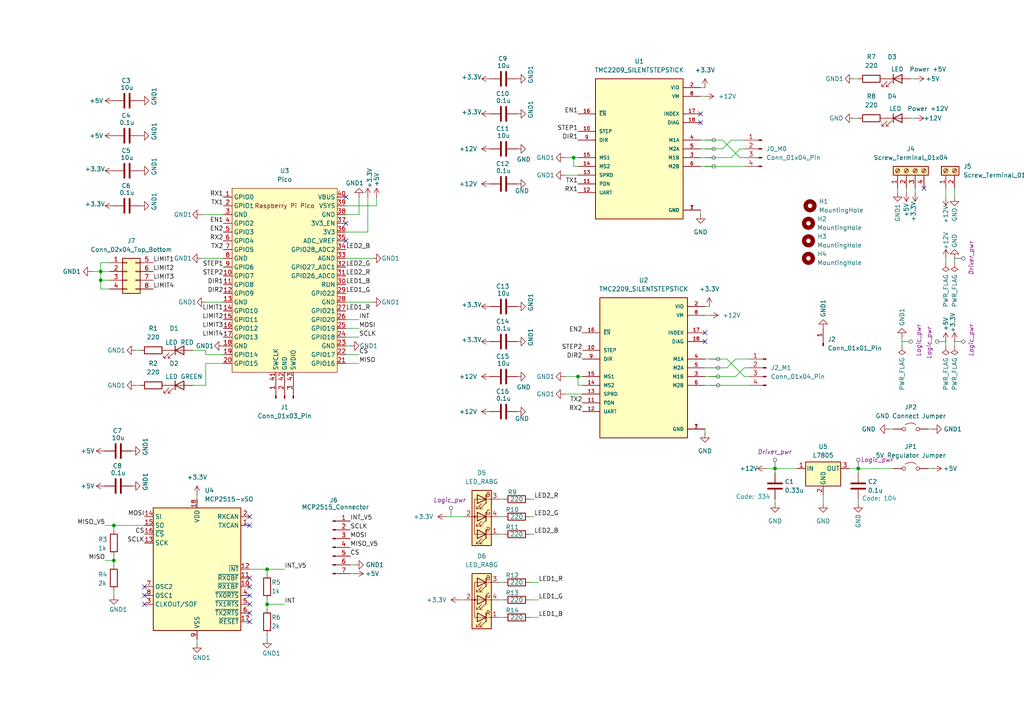
<source format=kicad_sch>
(kicad_sch
	(version 20231120)
	(generator "eeschema")
	(generator_version "8.0")
	(uuid "90dced96-5d07-4d57-bb67-2235982cd548")
	(paper "A4")
	(title_block
		(title "Motor Driver Breakout v2")
		(date "2024-10-06")
		(rev "v.2.2")
		(comment 1 "(Produced)")
		(comment 3 "Technology: THT")
		(comment 4 "Author: AlexanderHD27")
	)
	
	(junction
		(at 33.02 162.56)
		(diameter 0)
		(color 0 0 0 0)
		(uuid "15829f3b-5527-4ed3-aaab-1a40187aa84e")
	)
	(junction
		(at 77.47 165.1)
		(diameter 0)
		(color 0 0 0 0)
		(uuid "17e35a04-f012-4873-9b23-4fd2ba05d8a9")
	)
	(junction
		(at 29.21 81.28)
		(diameter 0)
		(color 0 0 0 0)
		(uuid "3f06b26f-e006-46fc-a5f9-b49616a87907")
	)
	(junction
		(at 224.79 135.89)
		(diameter 0)
		(color 0 0 0 0)
		(uuid "3f466fcf-8c63-4784-a82e-b8c72dbf6ef2")
	)
	(junction
		(at 77.47 175.26)
		(diameter 0)
		(color 0 0 0 0)
		(uuid "456fbb8c-cf9b-4fe2-968b-ee8f15d83766")
	)
	(junction
		(at 166.37 45.72)
		(diameter 0)
		(color 0 0 0 0)
		(uuid "4e519f82-83d6-4c11-8d8f-80c94daf5d79")
	)
	(junction
		(at 248.92 135.89)
		(diameter 0)
		(color 0 0 0 0)
		(uuid "a499c5f1-c516-49d3-8df5-655c5b902684")
	)
	(junction
		(at 167.64 109.22)
		(diameter 0)
		(color 0 0 0 0)
		(uuid "cd940cc8-2073-42bb-9455-0a501d397824")
	)
	(junction
		(at 29.21 78.74)
		(diameter 0)
		(color 0 0 0 0)
		(uuid "d81c6516-d57b-466c-a2b5-eda0417c7ffc")
	)
	(junction
		(at 33.02 152.4)
		(diameter 0)
		(color 0 0 0 0)
		(uuid "ec71427f-cc00-4457-a738-b336729115a5")
	)
	(no_connect
		(at 72.39 167.64)
		(uuid "034f2939-4ff2-4b0f-885b-e36e9c143e09")
	)
	(no_connect
		(at 72.39 180.34)
		(uuid "12528b49-c331-4a31-b509-3d56956ab2fc")
	)
	(no_connect
		(at 72.39 175.26)
		(uuid "2c461004-0b26-4817-8f86-1e14c87b8f5c")
	)
	(no_connect
		(at 203.2 35.56)
		(uuid "2d88fac3-e5aa-44e4-9afc-efcf8076961a")
	)
	(no_connect
		(at 100.33 69.85)
		(uuid "76ae335e-a553-43ce-88a1-74993cf40ff4")
	)
	(no_connect
		(at 72.39 172.72)
		(uuid "7a93d0f5-eeb5-464e-867a-2f144276d2d8")
	)
	(no_connect
		(at 72.39 149.86)
		(uuid "7aab7ae3-2871-4d55-a91b-3e3ea1be564d")
	)
	(no_connect
		(at 204.47 96.52)
		(uuid "7dca21d0-9ee2-4402-b42d-4b073680e098")
	)
	(no_connect
		(at 41.91 170.18)
		(uuid "7df032cf-7d74-4cba-9311-b57f07b83085")
	)
	(no_connect
		(at 41.91 175.26)
		(uuid "84267940-c560-4995-9b4f-e470b89c9bf5")
	)
	(no_connect
		(at 203.2 33.02)
		(uuid "968164f6-a7d2-4973-8078-f81228999e70")
	)
	(no_connect
		(at 100.33 64.77)
		(uuid "96f1504f-29b7-4e0f-a654-a5cb6115dbfc")
	)
	(no_connect
		(at 72.39 152.4)
		(uuid "a42cce64-de70-4334-a968-17f7c9023f89")
	)
	(no_connect
		(at 267.97 54.61)
		(uuid "a62da8d0-152c-4ced-8677-3aba2a7b92b7")
	)
	(no_connect
		(at 204.47 99.06)
		(uuid "bcfb58fa-5a4a-4574-a51c-2bb68231a0a6")
	)
	(no_connect
		(at 72.39 177.8)
		(uuid "d4ee051a-66ad-40f4-8404-3ce6683116cb")
	)
	(no_connect
		(at 100.33 57.15)
		(uuid "d65ed413-8058-40ef-a188-0e2303ff5bdb")
	)
	(no_connect
		(at 41.91 172.72)
		(uuid "db483ea2-33ff-450a-8ced-f5c77fff50e6")
	)
	(no_connect
		(at 72.39 170.18)
		(uuid "ef1a8b23-6703-4c94-804b-3d2fe40e977e")
	)
	(wire
		(pts
			(xy 29.21 76.2) (xy 29.21 78.74)
		)
		(stroke
			(width 0)
			(type default)
		)
		(uuid "009c6fb9-7761-47ac-a417-bcb4762d4975")
	)
	(wire
		(pts
			(xy 77.47 185.42) (xy 77.47 184.15)
		)
		(stroke
			(width 0)
			(type default)
		)
		(uuid "05cadede-f226-4782-ae45-bd0fd9b2d2f9")
	)
	(wire
		(pts
			(xy 64.77 102.87) (xy 59.69 102.87)
		)
		(stroke
			(width 0)
			(type default)
		)
		(uuid "05f3a840-e4de-4e7f-a266-df2330c97fd0")
	)
	(wire
		(pts
			(xy 30.48 162.56) (xy 33.02 162.56)
		)
		(stroke
			(width 0)
			(type default)
		)
		(uuid "06de259b-8e4d-4aa4-8638-2110bc27f523")
	)
	(wire
		(pts
			(xy 209.55 43.18) (xy 212.09 40.64)
		)
		(stroke
			(width 0)
			(type default)
		)
		(uuid "06e87e52-bea7-48f0-b717-cc34072bea7a")
	)
	(wire
		(pts
			(xy 59.69 111.76) (xy 59.69 105.41)
		)
		(stroke
			(width 0)
			(type default)
		)
		(uuid "074d874a-14c1-4cd7-8582-8bd5900b15d4")
	)
	(wire
		(pts
			(xy 58.42 74.93) (xy 64.77 74.93)
		)
		(stroke
			(width 0)
			(type default)
		)
		(uuid "0790aecc-fca8-48fa-bf42-1089f9c5282d")
	)
	(wire
		(pts
			(xy 107.95 87.63) (xy 100.33 87.63)
		)
		(stroke
			(width 0)
			(type default)
		)
		(uuid "0d5a23c6-7cca-4e2a-b74b-be0ff4c283ad")
	)
	(wire
		(pts
			(xy 265.43 34.29) (xy 264.16 34.29)
		)
		(stroke
			(width 0)
			(type default)
		)
		(uuid "0d6fa5b5-4284-4868-afaf-6c924f9c7b8e")
	)
	(wire
		(pts
			(xy 204.47 109.22) (xy 213.36 109.22)
		)
		(stroke
			(width 0)
			(type default)
		)
		(uuid "0ee8b6e8-c425-4554-8b03-499b7b48bb8b")
	)
	(wire
		(pts
			(xy 156.21 168.91) (xy 153.67 168.91)
		)
		(stroke
			(width 0)
			(type default)
		)
		(uuid "10f1b1c0-1802-4829-83e8-8dfaeaced5eb")
	)
	(wire
		(pts
			(xy 39.37 101.6) (xy 40.64 101.6)
		)
		(stroke
			(width 0)
			(type default)
		)
		(uuid "11f91f56-f3d9-45e5-abfa-79af02cd5584")
	)
	(wire
		(pts
			(xy 265.43 54.61) (xy 265.43 55.88)
		)
		(stroke
			(width 0)
			(type default)
		)
		(uuid "122777ad-b8e1-4a56-9466-1b93b8f0e94d")
	)
	(wire
		(pts
			(xy 33.02 162.56) (xy 33.02 163.83)
		)
		(stroke
			(width 0)
			(type default)
		)
		(uuid "130d85ba-90d4-4e3c-9f37-429231ecbbc0")
	)
	(wire
		(pts
			(xy 222.25 135.89) (xy 224.79 135.89)
		)
		(stroke
			(width 0)
			(type default)
		)
		(uuid "146e6bbe-3b75-444d-a508-67c6439d80fe")
	)
	(wire
		(pts
			(xy 29.21 81.28) (xy 31.75 81.28)
		)
		(stroke
			(width 0)
			(type default)
		)
		(uuid "172481bf-52aa-4cc8-ab0f-85efeb25b584")
	)
	(wire
		(pts
			(xy 209.55 40.64) (xy 214.63 45.72)
		)
		(stroke
			(width 0)
			(type default)
		)
		(uuid "1a7bb483-26be-4416-aec2-fe502a86c9b9")
	)
	(wire
		(pts
			(xy 101.6 100.33) (xy 100.33 100.33)
		)
		(stroke
			(width 0)
			(type default)
		)
		(uuid "1b6ce8af-52d1-4eb7-abcf-8cb9b64b522a")
	)
	(wire
		(pts
			(xy 214.63 43.18) (xy 215.9 43.18)
		)
		(stroke
			(width 0)
			(type default)
		)
		(uuid "1ead7968-cf0e-46a6-bd56-79b4cafda081")
	)
	(wire
		(pts
			(xy 203.2 45.72) (xy 212.09 45.72)
		)
		(stroke
			(width 0)
			(type default)
		)
		(uuid "22cb8ff2-47a7-462a-8211-75889a6c9397")
	)
	(wire
		(pts
			(xy 146.05 149.86) (xy 144.78 149.86)
		)
		(stroke
			(width 0)
			(type default)
		)
		(uuid "231b159b-5225-4938-8be1-75f683e43e58")
	)
	(wire
		(pts
			(xy 231.14 135.89) (xy 224.79 135.89)
		)
		(stroke
			(width 0)
			(type default)
		)
		(uuid "261dea29-ab61-40f4-ac77-c3acd4a0d051")
	)
	(wire
		(pts
			(xy 214.63 45.72) (xy 215.9 45.72)
		)
		(stroke
			(width 0)
			(type default)
		)
		(uuid "2d2ea7f7-b3e3-48da-936b-7d0c4df5523b")
	)
	(wire
		(pts
			(xy 265.43 22.86) (xy 264.16 22.86)
		)
		(stroke
			(width 0)
			(type default)
		)
		(uuid "2db1c7e5-4829-4c92-b103-c6d8421ad5b8")
	)
	(wire
		(pts
			(xy 205.74 91.44) (xy 204.47 91.44)
		)
		(stroke
			(width 0)
			(type default)
		)
		(uuid "2e502f4c-f8ab-4a34-9d74-f1722700f0bf")
	)
	(wire
		(pts
			(xy 146.05 168.91) (xy 144.78 168.91)
		)
		(stroke
			(width 0)
			(type default)
		)
		(uuid "3365567e-641a-4697-9b85-f82ce168424f")
	)
	(wire
		(pts
			(xy 106.68 67.31) (xy 100.33 67.31)
		)
		(stroke
			(width 0)
			(type default)
		)
		(uuid "336e7e0b-beb9-446c-8794-bc060c8d6305")
	)
	(wire
		(pts
			(xy 156.21 179.07) (xy 153.67 179.07)
		)
		(stroke
			(width 0)
			(type default)
		)
		(uuid "36bcb446-cfb3-4688-aab6-8c3b85c662fb")
	)
	(wire
		(pts
			(xy 77.47 175.26) (xy 82.55 175.26)
		)
		(stroke
			(width 0)
			(type default)
		)
		(uuid "3b1611b7-9b51-4356-b99e-e21d23a5529f")
	)
	(wire
		(pts
			(xy 213.36 104.14) (xy 217.17 104.14)
		)
		(stroke
			(width 0)
			(type default)
		)
		(uuid "3b23a141-d5d3-447f-8f1e-0d02e41fd70c")
	)
	(wire
		(pts
			(xy 29.21 81.28) (xy 29.21 83.82)
		)
		(stroke
			(width 0)
			(type default)
		)
		(uuid "3bd5557c-7248-432a-9a52-a3b54d765c72")
	)
	(wire
		(pts
			(xy 167.64 111.76) (xy 168.91 111.76)
		)
		(stroke
			(width 0)
			(type default)
		)
		(uuid "3fe021c6-7e2e-4641-a68f-d5bcbe4b8fd9")
	)
	(wire
		(pts
			(xy 203.2 62.23) (xy 203.2 60.96)
		)
		(stroke
			(width 0)
			(type default)
		)
		(uuid "3fe30b5f-d39d-4e74-acdb-f886f12cc194")
	)
	(wire
		(pts
			(xy 274.32 100.33) (xy 274.32 99.06)
		)
		(stroke
			(width 0)
			(type default)
		)
		(uuid "4285098d-0475-4eb8-9cdd-348aa931c724")
	)
	(wire
		(pts
			(xy 77.47 165.1) (xy 77.47 166.37)
		)
		(stroke
			(width 0)
			(type default)
		)
		(uuid "429174b9-7ed1-4509-baa7-679b7771c646")
	)
	(wire
		(pts
			(xy 31.75 76.2) (xy 29.21 76.2)
		)
		(stroke
			(width 0)
			(type default)
		)
		(uuid "4775dcbf-bd36-4456-aaec-00aee95b1a88")
	)
	(wire
		(pts
			(xy 154.94 154.94) (xy 153.67 154.94)
		)
		(stroke
			(width 0)
			(type default)
		)
		(uuid "48123b85-c535-4c0b-8b4f-5c438df760eb")
	)
	(wire
		(pts
			(xy 247.65 22.86) (xy 248.92 22.86)
		)
		(stroke
			(width 0)
			(type default)
		)
		(uuid "49e804eb-3518-4b54-a79a-758b852f5cd1")
	)
	(wire
		(pts
			(xy 100.33 92.71) (xy 104.14 92.71)
		)
		(stroke
			(width 0)
			(type default)
		)
		(uuid "4aa9de11-92cc-4e29-9db5-a36ec184c785")
	)
	(wire
		(pts
			(xy 154.94 149.86) (xy 153.67 149.86)
		)
		(stroke
			(width 0)
			(type default)
		)
		(uuid "4c3a6a34-17ed-439f-9040-84c19ed4764e")
	)
	(wire
		(pts
			(xy 146.05 173.99) (xy 144.78 173.99)
		)
		(stroke
			(width 0)
			(type default)
		)
		(uuid "4c425e0c-fac7-40ff-8bf4-676621391c2a")
	)
	(wire
		(pts
			(xy 213.36 109.22) (xy 215.9 106.68)
		)
		(stroke
			(width 0)
			(type default)
		)
		(uuid "4ce963fc-b2f2-4b37-9180-d27207b87dc1")
	)
	(wire
		(pts
			(xy 248.92 135.89) (xy 248.92 137.16)
		)
		(stroke
			(width 0)
			(type default)
		)
		(uuid "4ec75e80-2776-4643-834a-fc1ad2b7f829")
	)
	(wire
		(pts
			(xy 133.35 173.99) (xy 134.62 173.99)
		)
		(stroke
			(width 0)
			(type default)
		)
		(uuid "4efa6d5c-49d6-4799-97d0-78db2b5da127")
	)
	(wire
		(pts
			(xy 146.05 179.07) (xy 144.78 179.07)
		)
		(stroke
			(width 0)
			(type default)
		)
		(uuid "50735d5f-0813-445e-b785-2148c74d8850")
	)
	(wire
		(pts
			(xy 238.76 146.05) (xy 238.76 143.51)
		)
		(stroke
			(width 0)
			(type default)
		)
		(uuid "5365fdaf-6130-4786-8282-436ee9bf8c9e")
	)
	(wire
		(pts
			(xy 262.89 54.61) (xy 262.89 55.88)
		)
		(stroke
			(width 0)
			(type default)
		)
		(uuid "53b1a66e-1158-44f6-b266-e0d8da7b3ac4")
	)
	(wire
		(pts
			(xy 204.47 106.68) (xy 210.82 106.68)
		)
		(stroke
			(width 0)
			(type default)
		)
		(uuid "54dd8cf9-aee0-42ff-b363-2185279b4782")
	)
	(wire
		(pts
			(xy 205.74 88.9) (xy 204.47 88.9)
		)
		(stroke
			(width 0)
			(type default)
		)
		(uuid "54e3aba6-bc77-4327-aab2-4bad9d0b0633")
	)
	(wire
		(pts
			(xy 163.83 50.8) (xy 167.64 50.8)
		)
		(stroke
			(width 0)
			(type default)
		)
		(uuid "555be991-223c-4173-8f4c-d8284bc78e29")
	)
	(wire
		(pts
			(xy 166.37 45.72) (xy 167.64 45.72)
		)
		(stroke
			(width 0)
			(type default)
		)
		(uuid "5696f602-a676-4440-a78c-c8d0c9827ed1")
	)
	(wire
		(pts
			(xy 215.9 106.68) (xy 217.17 106.68)
		)
		(stroke
			(width 0)
			(type default)
		)
		(uuid "58681714-2995-42ae-902d-793f849d0173")
	)
	(wire
		(pts
			(xy 107.95 74.93) (xy 100.33 74.93)
		)
		(stroke
			(width 0)
			(type default)
		)
		(uuid "59eff9fb-d7dc-4579-b8eb-a3535fbf0205")
	)
	(wire
		(pts
			(xy 204.47 125.73) (xy 204.47 124.46)
		)
		(stroke
			(width 0)
			(type default)
		)
		(uuid "5ba688fe-332e-46ed-a1ac-b74466439579")
	)
	(wire
		(pts
			(xy 167.64 109.22) (xy 167.64 111.76)
		)
		(stroke
			(width 0)
			(type default)
		)
		(uuid "5f5cc69e-ec49-43f7-9eeb-e26f5904bd23")
	)
	(wire
		(pts
			(xy 146.05 154.94) (xy 144.78 154.94)
		)
		(stroke
			(width 0)
			(type default)
		)
		(uuid "6110f656-ccf1-49f7-84d9-7c79485734a2")
	)
	(wire
		(pts
			(xy 77.47 165.1) (xy 82.55 165.1)
		)
		(stroke
			(width 0)
			(type default)
		)
		(uuid "65c003ea-1ef2-44c7-bf2d-969a36596d0d")
	)
	(wire
		(pts
			(xy 212.09 40.64) (xy 215.9 40.64)
		)
		(stroke
			(width 0)
			(type default)
		)
		(uuid "6adb4fad-3abf-48b0-9c27-b16fc7a363ea")
	)
	(wire
		(pts
			(xy 259.08 135.89) (xy 248.92 135.89)
		)
		(stroke
			(width 0)
			(type default)
		)
		(uuid "6c0b3567-c637-435c-be86-2ee3632a70f0")
	)
	(wire
		(pts
			(xy 261.62 100.33) (xy 261.62 97.79)
		)
		(stroke
			(width 0)
			(type default)
		)
		(uuid "6c18cf9d-5bf9-4198-94e0-08561a40b7a1")
	)
	(wire
		(pts
			(xy 77.47 175.26) (xy 77.47 176.53)
		)
		(stroke
			(width 0)
			(type default)
		)
		(uuid "6e83342a-3042-4fc0-9440-d1fe54542f1b")
	)
	(wire
		(pts
			(xy 102.87 166.37) (xy 101.6 166.37)
		)
		(stroke
			(width 0)
			(type default)
		)
		(uuid "6eca8924-0cf1-439f-ac84-33290ad86156")
	)
	(wire
		(pts
			(xy 156.21 173.99) (xy 153.67 173.99)
		)
		(stroke
			(width 0)
			(type default)
		)
		(uuid "6f2bf074-c19b-4557-9519-d2284e26253d")
	)
	(wire
		(pts
			(xy 270.51 124.46) (xy 269.24 124.46)
		)
		(stroke
			(width 0)
			(type default)
		)
		(uuid "7213be12-63c0-45ef-8573-5ca9d8138451")
	)
	(wire
		(pts
			(xy 257.81 124.46) (xy 259.08 124.46)
		)
		(stroke
			(width 0)
			(type default)
		)
		(uuid "72b71df4-9ef9-474f-8946-9b478c0600a6")
	)
	(wire
		(pts
			(xy 163.83 109.22) (xy 167.64 109.22)
		)
		(stroke
			(width 0)
			(type default)
		)
		(uuid "73bb8cf9-1e74-4d32-9c32-b4b481e7d9e7")
	)
	(wire
		(pts
			(xy 104.14 62.23) (xy 100.33 62.23)
		)
		(stroke
			(width 0)
			(type default)
		)
		(uuid "764ac0c5-3b3d-441e-8192-86d8a7876c96")
	)
	(wire
		(pts
			(xy 276.86 99.06) (xy 276.86 100.33)
		)
		(stroke
			(width 0)
			(type default)
		)
		(uuid "778da3e5-9138-4b3c-8f05-c94a929bc669")
	)
	(wire
		(pts
			(xy 59.69 105.41) (xy 64.77 105.41)
		)
		(stroke
			(width 0)
			(type default)
		)
		(uuid "7a6a1120-4023-428e-a3a7-7e7351a7e40b")
	)
	(wire
		(pts
			(xy 260.35 54.61) (xy 260.35 55.88)
		)
		(stroke
			(width 0)
			(type default)
		)
		(uuid "7ec4805f-2183-498c-a16d-5d923d863f8d")
	)
	(wire
		(pts
			(xy 41.91 152.4) (xy 33.02 152.4)
		)
		(stroke
			(width 0)
			(type default)
		)
		(uuid "7fba0cb6-1849-4aae-814f-8970451e390e")
	)
	(wire
		(pts
			(xy 274.32 54.61) (xy 274.32 57.15)
		)
		(stroke
			(width 0)
			(type default)
		)
		(uuid "8242ed4f-b91a-40ac-b568-b7cd9b5d9712")
	)
	(wire
		(pts
			(xy 246.38 135.89) (xy 248.92 135.89)
		)
		(stroke
			(width 0)
			(type default)
		)
		(uuid "869e7315-07dd-4cdc-b42c-368f51e902eb")
	)
	(wire
		(pts
			(xy 39.37 111.76) (xy 40.64 111.76)
		)
		(stroke
			(width 0)
			(type default)
		)
		(uuid "8ca88cd4-2e80-4daa-a90c-3ed79856cc20")
	)
	(wire
		(pts
			(xy 55.88 111.76) (xy 59.69 111.76)
		)
		(stroke
			(width 0)
			(type default)
		)
		(uuid "8cc5cbf3-a83a-47ac-962e-658400554088")
	)
	(wire
		(pts
			(xy 163.83 45.72) (xy 166.37 45.72)
		)
		(stroke
			(width 0)
			(type default)
		)
		(uuid "90498bee-f079-4c0d-8156-5e4f9f3428c2")
	)
	(wire
		(pts
			(xy 26.67 78.74) (xy 29.21 78.74)
		)
		(stroke
			(width 0)
			(type default)
		)
		(uuid "9b00d196-d880-42da-8e71-c30a02109d3b")
	)
	(wire
		(pts
			(xy 106.68 57.15) (xy 106.68 67.31)
		)
		(stroke
			(width 0)
			(type default)
		)
		(uuid "9de6e157-646f-46d6-aec7-5ad9f1043a35")
	)
	(wire
		(pts
			(xy 204.47 27.94) (xy 203.2 27.94)
		)
		(stroke
			(width 0)
			(type default)
		)
		(uuid "a1d1c4f3-24e4-4d40-b06d-5feb6bda70eb")
	)
	(wire
		(pts
			(xy 59.69 87.63) (xy 64.77 87.63)
		)
		(stroke
			(width 0)
			(type default)
		)
		(uuid "a25c72d2-c9e8-43bd-a667-327d33768946")
	)
	(wire
		(pts
			(xy 203.2 48.26) (xy 215.9 48.26)
		)
		(stroke
			(width 0)
			(type default)
		)
		(uuid "a2af804d-b0c3-4bfb-ac4a-713c334aa448")
	)
	(wire
		(pts
			(xy 57.15 143.51) (xy 57.15 144.78)
		)
		(stroke
			(width 0)
			(type default)
		)
		(uuid "a4213d17-1dd9-44b3-8d60-1d58a728e4ee")
	)
	(wire
		(pts
			(xy 29.21 78.74) (xy 31.75 78.74)
		)
		(stroke
			(width 0)
			(type default)
		)
		(uuid "a598e6eb-1dbf-4e36-b1be-ebeb009ff1bd")
	)
	(wire
		(pts
			(xy 167.64 109.22) (xy 168.91 109.22)
		)
		(stroke
			(width 0)
			(type default)
		)
		(uuid "a98d3a86-9b09-4183-a51f-48f0fa3e0d4a")
	)
	(wire
		(pts
			(xy 224.79 135.89) (xy 224.79 137.16)
		)
		(stroke
			(width 0)
			(type default)
		)
		(uuid "aab0b619-8322-4b77-b376-d504e4a34fae")
	)
	(wire
		(pts
			(xy 100.33 105.41) (xy 104.14 105.41)
		)
		(stroke
			(width 0)
			(type default)
		)
		(uuid "acdf96d5-9622-43d2-8c8e-2451e4403028")
	)
	(wire
		(pts
			(xy 163.83 114.3) (xy 168.91 114.3)
		)
		(stroke
			(width 0)
			(type default)
		)
		(uuid "ada4baa1-9a06-4d66-81b3-e7e82276a5e7")
	)
	(wire
		(pts
			(xy 100.33 59.69) (xy 109.22 59.69)
		)
		(stroke
			(width 0)
			(type default)
		)
		(uuid "af39f8b6-0ea9-402d-90cc-2ff4d966d083")
	)
	(wire
		(pts
			(xy 109.22 57.15) (xy 109.22 59.69)
		)
		(stroke
			(width 0)
			(type default)
		)
		(uuid "aff909fd-138a-4ba7-84b9-ba16f8bb5f70")
	)
	(wire
		(pts
			(xy 204.47 25.4) (xy 203.2 25.4)
		)
		(stroke
			(width 0)
			(type default)
		)
		(uuid "b100018a-8c04-485d-810b-8c850029e82f")
	)
	(wire
		(pts
			(xy 214.63 43.18) (xy 212.09 45.72)
		)
		(stroke
			(width 0)
			(type default)
		)
		(uuid "b6f196f2-1f12-47cf-9e18-c148e8482dfb")
	)
	(wire
		(pts
			(xy 58.42 62.23) (xy 64.77 62.23)
		)
		(stroke
			(width 0)
			(type default)
		)
		(uuid "b7889175-967b-4df8-82a3-ac1c1de7d47b")
	)
	(wire
		(pts
			(xy 100.33 97.79) (xy 104.14 97.79)
		)
		(stroke
			(width 0)
			(type default)
		)
		(uuid "b92be325-5225-431e-8350-c5d92e6426af")
	)
	(wire
		(pts
			(xy 104.14 57.15) (xy 104.14 62.23)
		)
		(stroke
			(width 0)
			(type default)
		)
		(uuid "b934969c-c4a1-4ea3-b22d-87b27f5732e7")
	)
	(wire
		(pts
			(xy 215.9 109.22) (xy 217.17 109.22)
		)
		(stroke
			(width 0)
			(type default)
		)
		(uuid "bb1bb44d-8bd1-4642-acf2-85ede05b483e")
	)
	(wire
		(pts
			(xy 203.2 43.18) (xy 209.55 43.18)
		)
		(stroke
			(width 0)
			(type default)
		)
		(uuid "c02b2746-e3bc-4de3-b2c9-9552aacbef06")
	)
	(wire
		(pts
			(xy 29.21 78.74) (xy 29.21 81.28)
		)
		(stroke
			(width 0)
			(type default)
		)
		(uuid "c7b91f5f-a9f1-4359-8d3b-5c7567117f06")
	)
	(wire
		(pts
			(xy 210.82 106.68) (xy 213.36 104.14)
		)
		(stroke
			(width 0)
			(type default)
		)
		(uuid "c9933cea-fc0d-48b7-a13c-57ce14174f72")
	)
	(wire
		(pts
			(xy 247.65 34.29) (xy 248.92 34.29)
		)
		(stroke
			(width 0)
			(type default)
		)
		(uuid "cd7dbda4-aeb7-473c-9965-58f0645875b0")
	)
	(wire
		(pts
			(xy 248.92 144.78) (xy 248.92 146.05)
		)
		(stroke
			(width 0)
			(type default)
		)
		(uuid "cf4510d7-d321-41d0-ab55-29055a6455b2")
	)
	(wire
		(pts
			(xy 224.79 144.78) (xy 224.79 146.05)
		)
		(stroke
			(width 0)
			(type default)
		)
		(uuid "cf52e88f-61a6-47fb-8426-cce393b79c1d")
	)
	(wire
		(pts
			(xy 30.48 152.4) (xy 33.02 152.4)
		)
		(stroke
			(width 0)
			(type default)
		)
		(uuid "d0a561bc-7cd9-4af8-b46f-f9a4c0cbe971")
	)
	(wire
		(pts
			(xy 203.2 40.64) (xy 209.55 40.64)
		)
		(stroke
			(width 0)
			(type default)
		)
		(uuid "d3a61286-244d-4394-857a-0bd55eac0b60")
	)
	(wire
		(pts
			(xy 204.47 111.76) (xy 217.17 111.76)
		)
		(stroke
			(width 0)
			(type default)
		)
		(uuid "d3aa9fe2-8b18-4139-ac59-3129081877d2")
	)
	(wire
		(pts
			(xy 72.39 165.1) (xy 77.47 165.1)
		)
		(stroke
			(width 0)
			(type default)
		)
		(uuid "d46cfaac-f38b-463c-b7d9-945df96e8640")
	)
	(wire
		(pts
			(xy 210.82 104.14) (xy 215.9 109.22)
		)
		(stroke
			(width 0)
			(type default)
		)
		(uuid "d746cb1c-1894-499f-9ee4-4f8d384b4d80")
	)
	(wire
		(pts
			(xy 77.47 173.99) (xy 77.47 175.26)
		)
		(stroke
			(width 0)
			(type default)
		)
		(uuid "dcdf142d-4d4e-4bd9-9876-874551aa5636")
	)
	(wire
		(pts
			(xy 144.78 144.78) (xy 146.05 144.78)
		)
		(stroke
			(width 0)
			(type default)
		)
		(uuid "de0945a3-4b68-4d52-97f0-821eed81b1bc")
	)
	(wire
		(pts
			(xy 33.02 161.29) (xy 33.02 162.56)
		)
		(stroke
			(width 0)
			(type default)
		)
		(uuid "de69a77a-f39b-45f3-ad08-07eedc5a56b0")
	)
	(wire
		(pts
			(xy 55.88 101.6) (xy 59.69 101.6)
		)
		(stroke
			(width 0)
			(type default)
		)
		(uuid "e128fa68-7387-4a7f-8ffd-c0b07ef99f98")
	)
	(wire
		(pts
			(xy 33.02 152.4) (xy 33.02 153.67)
		)
		(stroke
			(width 0)
			(type default)
		)
		(uuid "e4a58fc5-810e-4b8c-99a9-16d2d12415b9")
	)
	(wire
		(pts
			(xy 102.87 163.83) (xy 101.6 163.83)
		)
		(stroke
			(width 0)
			(type default)
		)
		(uuid "e4dd2552-c379-4be5-a307-3a73acc7ae5f")
	)
	(wire
		(pts
			(xy 270.51 135.89) (xy 269.24 135.89)
		)
		(stroke
			(width 0)
			(type default)
		)
		(uuid "e82d5688-924c-43ee-a8dd-1355be56682f")
	)
	(wire
		(pts
			(xy 276.86 76.2) (xy 276.86 74.93)
		)
		(stroke
			(width 0)
			(type default)
		)
		(uuid "e8a226e5-079d-485d-8279-4869152a7736")
	)
	(wire
		(pts
			(xy 100.33 95.25) (xy 104.14 95.25)
		)
		(stroke
			(width 0)
			(type default)
		)
		(uuid "ea800045-404e-439e-912b-f29fa31e3ed1")
	)
	(wire
		(pts
			(xy 154.94 144.78) (xy 153.67 144.78)
		)
		(stroke
			(width 0)
			(type default)
		)
		(uuid "ee1c0399-6265-4a85-a591-942efeb1efaf")
	)
	(wire
		(pts
			(xy 100.33 102.87) (xy 104.14 102.87)
		)
		(stroke
			(width 0)
			(type default)
		)
		(uuid "f350f795-937f-4273-a1d1-a1bc6fc424b9")
	)
	(wire
		(pts
			(xy 276.86 54.61) (xy 276.86 57.15)
		)
		(stroke
			(width 0)
			(type default)
		)
		(uuid "f550c432-2aab-4c87-91be-7e151133c13b")
	)
	(wire
		(pts
			(xy 274.32 76.2) (xy 274.32 74.93)
		)
		(stroke
			(width 0)
			(type default)
		)
		(uuid "f68599f0-0f28-4849-9912-baa43f1145d2")
	)
	(wire
		(pts
			(xy 33.02 172.72) (xy 33.02 171.45)
		)
		(stroke
			(width 0)
			(type default)
		)
		(uuid "f6d98fd7-d484-4978-ba0a-a3e93a638296")
	)
	(wire
		(pts
			(xy 166.37 48.26) (xy 167.64 48.26)
		)
		(stroke
			(width 0)
			(type default)
		)
		(uuid "f7916cae-24d2-4686-bff7-4e0e37410061")
	)
	(wire
		(pts
			(xy 29.21 83.82) (xy 31.75 83.82)
		)
		(stroke
			(width 0)
			(type default)
		)
		(uuid "f7d7fb66-43ba-4eca-a695-7b38adc2b909")
	)
	(wire
		(pts
			(xy 166.37 45.72) (xy 166.37 48.26)
		)
		(stroke
			(width 0)
			(type default)
		)
		(uuid "f81a0d47-48b9-4e76-8741-f5b995ed2a09")
	)
	(wire
		(pts
			(xy 204.47 104.14) (xy 210.82 104.14)
		)
		(stroke
			(width 0)
			(type default)
		)
		(uuid "fb1b840f-3807-4109-8ee7-bf0b6f4bfd06")
	)
	(wire
		(pts
			(xy 57.15 186.69) (xy 57.15 185.42)
		)
		(stroke
			(width 0)
			(type default)
		)
		(uuid "fbd276ec-fe4d-4097-a5b9-eb621a5d54dd")
	)
	(wire
		(pts
			(xy 129.54 149.86) (xy 134.62 149.86)
		)
		(stroke
			(width 0)
			(type default)
		)
		(uuid "fe93f668-c55b-4598-a638-377e7b866a20")
	)
	(wire
		(pts
			(xy 59.69 102.87) (xy 59.69 101.6)
		)
		(stroke
			(width 0)
			(type default)
		)
		(uuid "ffe99054-04e3-49c1-a06d-29b9b8cef864")
	)
	(text "Code: 334"
		(exclude_from_sim no)
		(at 218.44 144.272 0)
		(effects
			(font
				(size 1.27 1.27)
				(color 0 132 132 1)
			)
		)
		(uuid "5cb8e02e-4e15-4a5d-bbda-fdcb126b6630")
	)
	(text "Code: 104"
		(exclude_from_sim no)
		(at 255.016 144.78 0)
		(effects
			(font
				(size 1.27 1.27)
				(color 0 132 132 1)
			)
		)
		(uuid "de1687da-16f1-4c9f-93bc-d5670978de35")
	)
	(label "STEP1"
		(at 64.77 77.47 180)
		(fields_autoplaced yes)
		(effects
			(font
				(size 1.27 1.27)
			)
			(justify right bottom)
		)
		(uuid "08023d24-d0ed-4037-8955-f139de0acb4d")
	)
	(label "STEP2"
		(at 168.91 101.6 180)
		(fields_autoplaced yes)
		(effects
			(font
				(size 1.27 1.27)
			)
			(justify right bottom)
		)
		(uuid "0c001449-9f9b-4532-9222-07f3a2e21197")
	)
	(label "EN2"
		(at 64.77 67.31 180)
		(fields_autoplaced yes)
		(effects
			(font
				(size 1.27 1.27)
			)
			(justify right bottom)
		)
		(uuid "0f1c07d8-d24b-41ef-873b-a0a8aae7ec4e")
	)
	(label "DIR2"
		(at 64.77 85.09 180)
		(fields_autoplaced yes)
		(effects
			(font
				(size 1.27 1.27)
			)
			(justify right bottom)
		)
		(uuid "108ec430-6f89-4393-9344-c318fae7440c")
	)
	(label "INT_V5"
		(at 82.55 165.1 0)
		(fields_autoplaced yes)
		(effects
			(font
				(size 1.27 1.27)
			)
			(justify left bottom)
		)
		(uuid "145a5396-4639-4a85-8f90-81b1d40570c0")
	)
	(label "LED1_R"
		(at 156.21 168.91 0)
		(fields_autoplaced yes)
		(effects
			(font
				(size 1.27 1.27)
			)
			(justify left bottom)
		)
		(uuid "1bae3c16-8783-464d-8216-e862074ada36")
	)
	(label "LIMIT1"
		(at 64.77 90.17 180)
		(fields_autoplaced yes)
		(effects
			(font
				(size 1.27 1.27)
			)
			(justify right bottom)
		)
		(uuid "1cf017a4-52f2-47ce-8cad-31a46028dfaf")
	)
	(label "STEP1"
		(at 167.64 38.1 180)
		(fields_autoplaced yes)
		(effects
			(font
				(size 1.27 1.27)
			)
			(justify right bottom)
		)
		(uuid "2074eb8f-74da-4be6-913c-c875a9340c6c")
	)
	(label "MOSI"
		(at 101.6 156.21 0)
		(fields_autoplaced yes)
		(effects
			(font
				(size 1.27 1.27)
			)
			(justify left bottom)
		)
		(uuid "276925a5-563d-41c2-bfca-8b19f67fe74a")
	)
	(label "LED2_B"
		(at 100.33 72.39 0)
		(fields_autoplaced yes)
		(effects
			(font
				(size 1.27 1.27)
			)
			(justify left bottom)
		)
		(uuid "293be757-df71-4260-b8e2-bbfa19f6ec69")
	)
	(label "LED2_R"
		(at 154.94 144.78 0)
		(fields_autoplaced yes)
		(effects
			(font
				(size 1.27 1.27)
			)
			(justify left bottom)
		)
		(uuid "29455db5-e3fd-4c79-99b1-0fb00c9997bd")
	)
	(label "MISO"
		(at 30.48 162.56 180)
		(fields_autoplaced yes)
		(effects
			(font
				(size 1.27 1.27)
			)
			(justify right bottom)
		)
		(uuid "2bb40536-3f6d-4fa5-913f-c968633c3170")
	)
	(label "SCLK"
		(at 101.6 153.67 0)
		(fields_autoplaced yes)
		(effects
			(font
				(size 1.27 1.27)
			)
			(justify left bottom)
		)
		(uuid "302a0b0a-191c-4fa7-a481-9974e0b0d237")
	)
	(label "LIMIT3"
		(at 64.77 95.25 180)
		(fields_autoplaced yes)
		(effects
			(font
				(size 1.27 1.27)
			)
			(justify right bottom)
		)
		(uuid "3623a3a4-3edd-429b-98b3-2d68725f64a3")
	)
	(label "LED2_G"
		(at 154.94 149.86 0)
		(fields_autoplaced yes)
		(effects
			(font
				(size 1.27 1.27)
			)
			(justify left bottom)
		)
		(uuid "43939901-1173-4518-b5f3-406dd102e96c")
	)
	(label "LED1_R"
		(at 100.33 90.17 0)
		(fields_autoplaced yes)
		(effects
			(font
				(size 1.27 1.27)
			)
			(justify left bottom)
		)
		(uuid "4b664d34-24d7-4809-b31d-fda28bf3e675")
	)
	(label "INT_V5"
		(at 101.6 151.13 0)
		(fields_autoplaced yes)
		(effects
			(font
				(size 1.27 1.27)
			)
			(justify left bottom)
		)
		(uuid "4fbf03f4-8fbf-4183-a7dc-c810ed158aec")
	)
	(label "RX2"
		(at 168.91 119.38 180)
		(fields_autoplaced yes)
		(effects
			(font
				(size 1.27 1.27)
			)
			(justify right bottom)
		)
		(uuid "513261a8-c823-431c-a162-460bc63743db")
	)
	(label "MISO_V5"
		(at 101.6 158.75 0)
		(fields_autoplaced yes)
		(effects
			(font
				(size 1.27 1.27)
			)
			(justify left bottom)
		)
		(uuid "538849f9-3408-4b14-b396-b1d5dd88c95c")
	)
	(label "TX1"
		(at 167.64 53.34 180)
		(fields_autoplaced yes)
		(effects
			(font
				(size 1.27 1.27)
			)
			(justify right bottom)
		)
		(uuid "557c0d51-9816-4ea9-b5af-24f8e7d4ed95")
	)
	(label "LIMIT2"
		(at 44.45 78.74 0)
		(fields_autoplaced yes)
		(effects
			(font
				(size 1.27 1.27)
			)
			(justify left bottom)
		)
		(uuid "5640b0a9-07ce-4125-89ee-59cba921ad1d")
	)
	(label "MOSI"
		(at 104.14 95.25 0)
		(fields_autoplaced yes)
		(effects
			(font
				(size 1.27 1.27)
			)
			(justify left bottom)
		)
		(uuid "5c3e9397-9e3b-4ed1-88c1-b4b30602c18d")
	)
	(label "EN2"
		(at 168.91 96.52 180)
		(fields_autoplaced yes)
		(effects
			(font
				(size 1.27 1.27)
			)
			(justify right bottom)
		)
		(uuid "68d8988b-96e4-4dbd-a6f4-c2324e96f432")
	)
	(label "LED1_B"
		(at 156.21 179.07 0)
		(fields_autoplaced yes)
		(effects
			(font
				(size 1.27 1.27)
			)
			(justify left bottom)
		)
		(uuid "6978fe83-8cce-49f5-b52a-f20ac3435c1e")
	)
	(label "LED2_R"
		(at 100.33 80.01 0)
		(fields_autoplaced yes)
		(effects
			(font
				(size 1.27 1.27)
			)
			(justify left bottom)
		)
		(uuid "6db0e4d3-ca10-4593-8c7c-618b2e1b7cf8")
	)
	(label "TX1"
		(at 64.77 59.69 180)
		(fields_autoplaced yes)
		(effects
			(font
				(size 1.27 1.27)
			)
			(justify right bottom)
		)
		(uuid "75eed93a-69ec-4762-87f7-67ca7494fdd5")
	)
	(label "LED1_G"
		(at 100.33 85.09 0)
		(fields_autoplaced yes)
		(effects
			(font
				(size 1.27 1.27)
			)
			(justify left bottom)
		)
		(uuid "7612a180-b009-4029-96df-04522c83d65d")
	)
	(label "CS"
		(at 101.6 161.29 0)
		(fields_autoplaced yes)
		(effects
			(font
				(size 1.27 1.27)
			)
			(justify left bottom)
		)
		(uuid "76d5245f-63ec-475a-8e79-77c134ad9ca5")
	)
	(label "RX1"
		(at 167.64 55.88 180)
		(fields_autoplaced yes)
		(effects
			(font
				(size 1.27 1.27)
			)
			(justify right bottom)
		)
		(uuid "7914704f-6a54-4012-881d-dd8fbe87fcb1")
	)
	(label "LED1_B"
		(at 100.33 82.55 0)
		(fields_autoplaced yes)
		(effects
			(font
				(size 1.27 1.27)
			)
			(justify left bottom)
		)
		(uuid "7a55f29a-242f-4fa5-b09c-5cd750dc5fb5")
	)
	(label "LED2_G"
		(at 100.33 77.47 0)
		(fields_autoplaced yes)
		(effects
			(font
				(size 1.27 1.27)
			)
			(justify left bottom)
		)
		(uuid "803a7f3a-4c41-4538-98f2-5436bc47476a")
	)
	(label "TX2"
		(at 168.91 116.84 180)
		(fields_autoplaced yes)
		(effects
			(font
				(size 1.27 1.27)
			)
			(justify right bottom)
		)
		(uuid "8d99e50a-7fd3-40d6-aa6f-5c62a069b682")
	)
	(label "MISO_V5"
		(at 30.48 152.4 180)
		(fields_autoplaced yes)
		(effects
			(font
				(size 1.27 1.27)
			)
			(justify right bottom)
		)
		(uuid "8dffe86c-d625-41fe-9dde-f2d84a555526")
	)
	(label "STEP2"
		(at 64.77 80.01 180)
		(fields_autoplaced yes)
		(effects
			(font
				(size 1.27 1.27)
			)
			(justify right bottom)
		)
		(uuid "97aff9b2-f3eb-4f7c-9ac9-af9380031b91")
	)
	(label "LIMIT2"
		(at 64.77 92.71 180)
		(fields_autoplaced yes)
		(effects
			(font
				(size 1.27 1.27)
			)
			(justify right bottom)
		)
		(uuid "9a215446-3ee9-44fd-9299-cd4ffaf1d3d5")
	)
	(label "RX1"
		(at 64.77 57.15 180)
		(fields_autoplaced yes)
		(effects
			(font
				(size 1.27 1.27)
			)
			(justify right bottom)
		)
		(uuid "a0348396-8058-4c22-aef0-530c1635dfdb")
	)
	(label "SCLK"
		(at 41.91 157.48 180)
		(fields_autoplaced yes)
		(effects
			(font
				(size 1.27 1.27)
			)
			(justify right bottom)
		)
		(uuid "a5271171-f1ad-44b5-bcf1-8f045032415e")
	)
	(label "INT"
		(at 104.14 92.71 0)
		(fields_autoplaced yes)
		(effects
			(font
				(size 1.27 1.27)
			)
			(justify left bottom)
		)
		(uuid "a79509c3-b45b-4f8c-8772-266a0ccb8653")
	)
	(label "EN1"
		(at 167.64 33.02 180)
		(fields_autoplaced yes)
		(effects
			(font
				(size 1.27 1.27)
			)
			(justify right bottom)
		)
		(uuid "a9d5b05d-0115-452b-8433-ba076415e001")
	)
	(label "RX2"
		(at 64.77 69.85 180)
		(fields_autoplaced yes)
		(effects
			(font
				(size 1.27 1.27)
			)
			(justify right bottom)
		)
		(uuid "b5223c49-7dd0-4550-ab81-63cd52ff3142")
	)
	(label "LIMIT4"
		(at 64.77 97.79 180)
		(fields_autoplaced yes)
		(effects
			(font
				(size 1.27 1.27)
			)
			(justify right bottom)
		)
		(uuid "b5746b0e-6a52-40b5-90b9-eb38b936fc05")
	)
	(label "DIR1"
		(at 64.77 82.55 180)
		(fields_autoplaced yes)
		(effects
			(font
				(size 1.27 1.27)
			)
			(justify right bottom)
		)
		(uuid "c5f1e0a9-cbdc-4e23-8db9-4fe79b2b5834")
	)
	(label "SCLK"
		(at 104.14 97.79 0)
		(fields_autoplaced yes)
		(effects
			(font
				(size 1.27 1.27)
			)
			(justify left bottom)
		)
		(uuid "c62751c3-4ca2-4a87-8595-831c87dcbd1f")
	)
	(label "TX2"
		(at 64.77 72.39 180)
		(fields_autoplaced yes)
		(effects
			(font
				(size 1.27 1.27)
			)
			(justify right bottom)
		)
		(uuid "c6b69cfb-a156-446e-ba6f-65bdb53282e9")
	)
	(label "LED1_G"
		(at 156.21 173.99 0)
		(fields_autoplaced yes)
		(effects
			(font
				(size 1.27 1.27)
			)
			(justify left bottom)
		)
		(uuid "c8b565d9-dc98-4c9c-9b3b-a7faefca121a")
	)
	(label "EN1"
		(at 64.77 64.77 180)
		(fields_autoplaced yes)
		(effects
			(font
				(size 1.27 1.27)
			)
			(justify right bottom)
		)
		(uuid "cf666c81-f841-4136-976d-2dec3159d8f8")
	)
	(label "INT"
		(at 82.55 175.26 0)
		(fields_autoplaced yes)
		(effects
			(font
				(size 1.27 1.27)
			)
			(justify left bottom)
		)
		(uuid "d9b704d5-6a8a-4202-bba5-441bc458425e")
	)
	(label "DIR1"
		(at 167.64 40.64 180)
		(fields_autoplaced yes)
		(effects
			(font
				(size 1.27 1.27)
			)
			(justify right bottom)
		)
		(uuid "e383b2df-bea6-41d5-9f79-929ed793192d")
	)
	(label "CS"
		(at 104.14 102.87 0)
		(fields_autoplaced yes)
		(effects
			(font
				(size 1.27 1.27)
			)
			(justify left bottom)
		)
		(uuid "e8dbf270-b636-422d-876a-141e18abad75")
	)
	(label "LIMIT3"
		(at 44.45 81.28 0)
		(fields_autoplaced yes)
		(effects
			(font
				(size 1.27 1.27)
			)
			(justify left bottom)
		)
		(uuid "ebe85545-c06f-4068-829c-8460cea62600")
	)
	(label "LIMIT4"
		(at 44.45 83.82 0)
		(fields_autoplaced yes)
		(effects
			(font
				(size 1.27 1.27)
			)
			(justify left bottom)
		)
		(uuid "ecef15a8-f9be-455b-9597-a9d575669a85")
	)
	(label "MISO"
		(at 104.14 105.41 0)
		(fields_autoplaced yes)
		(effects
			(font
				(size 1.27 1.27)
			)
			(justify left bottom)
		)
		(uuid "ee414a21-9584-4c58-8d90-e27d3b0af8b7")
	)
	(label "MOSI"
		(at 41.91 149.86 180)
		(fields_autoplaced yes)
		(effects
			(font
				(size 1.27 1.27)
			)
			(justify right bottom)
		)
		(uuid "f10049e7-f6bc-4427-aba6-58dae23fca3a")
	)
	(label "LIMIT1"
		(at 44.45 76.2 0)
		(fields_autoplaced yes)
		(effects
			(font
				(size 1.27 1.27)
			)
			(justify left bottom)
		)
		(uuid "f282f458-256c-4e1a-b8a3-62eafd1f7ed0")
	)
	(label "LED2_B"
		(at 154.94 154.94 0)
		(fields_autoplaced yes)
		(effects
			(font
				(size 1.27 1.27)
			)
			(justify left bottom)
		)
		(uuid "f381a3a1-b6e0-4784-8cfc-33d9564b4f71")
	)
	(label "DIR2"
		(at 168.91 104.14 180)
		(fields_autoplaced yes)
		(effects
			(font
				(size 1.27 1.27)
			)
			(justify right bottom)
		)
		(uuid "f8f4caf8-7b81-46f9-bb42-9e02525fe8ad")
	)
	(label "CS"
		(at 41.91 154.94 180)
		(fields_autoplaced yes)
		(effects
			(font
				(size 1.27 1.27)
			)
			(justify right bottom)
		)
		(uuid "fef462ff-583e-4455-a728-391295b61003")
	)
	(netclass_flag ""
		(length 2.54)
		(shape round)
		(at 205.74 109.22 270)
		(fields_autoplaced yes)
		(effects
			(font
				(size 1.27 1.27)
			)
			(justify right bottom)
		)
		(uuid "0ee864af-26f3-49e0-ab36-b773f12f0223")
		(property "Netclass" "Motor_pwr"
			(at 208.28 108.5215 90)
			(effects
				(font
					(size 1.27 1.27)
					(italic yes)
				)
				(justify left)
				(hide yes)
			)
		)
	)
	(netclass_flag ""
		(length 2.54)
		(shape round)
		(at 130.81 149.86 0)
		(effects
			(font
				(size 1.27 1.27)
			)
			(justify left bottom)
		)
		(uuid "14846ff5-530c-4228-b4f4-a1722fe82dc9")
		(property "Netclass" "Logic_pwr"
			(at 135.128 145.034 0)
			(effects
				(font
					(size 1.27 1.27)
					(italic yes)
				)
				(justify right)
			)
		)
	)
	(netclass_flag ""
		(length 2.54)
		(shape round)
		(at 274.32 99.06 90)
		(effects
			(font
				(size 1.27 1.27)
			)
			(justify left bottom)
		)
		(uuid "19c73778-85ce-43e3-87f9-c5a99c83292f")
		(property "Netclass" "Logic_pwr"
			(at 269.494 104.14 90)
			(effects
				(font
					(size 1.27 1.27)
					(italic yes)
				)
				(justify left)
			)
		)
	)
	(netclass_flag ""
		(length 2.54)
		(shape round)
		(at 248.92 135.89 0)
		(fields_autoplaced yes)
		(effects
			(font
				(size 1.27 1.27)
			)
			(justify left bottom)
		)
		(uuid "33a2a36c-71d5-4f9d-b46a-70295451fd37")
		(property "Netclass" "Logic_pwr"
			(at 249.6185 133.35 0)
			(effects
				(font
					(size 1.27 1.27)
					(italic yes)
				)
				(justify left)
			)
		)
	)
	(netclass_flag ""
		(length 2.54)
		(shape round)
		(at 205.74 104.14 270)
		(fields_autoplaced yes)
		(effects
			(font
				(size 1.27 1.27)
			)
			(justify right bottom)
		)
		(uuid "3756248a-a329-4a99-ba2c-6e1fdfa2b951")
		(property "Netclass" "Motor_pwr"
			(at 208.28 103.4415 90)
			(effects
				(font
					(size 1.27 1.27)
					(italic yes)
				)
				(justify left)
				(hide yes)
			)
		)
	)
	(netclass_flag ""
		(length 2.54)
		(shape round)
		(at 204.47 40.64 270)
		(fields_autoplaced yes)
		(effects
			(font
				(size 1.27 1.27)
			)
			(justify right bottom)
		)
		(uuid "518104e5-a78b-4486-b26f-b61b0e6f9ebb")
		(property "Netclass" "Motor_pwr"
			(at 207.01 39.9415 90)
			(effects
				(font
					(size 1.27 1.27)
					(italic yes)
				)
				(justify left)
				(hide yes)
			)
		)
	)
	(netclass_flag ""
		(length 2.54)
		(shape round)
		(at 204.47 43.18 270)
		(fields_autoplaced yes)
		(effects
			(font
				(size 1.27 1.27)
			)
			(justify right bottom)
		)
		(uuid "537929ce-e3c2-4156-80cc-fada3c4ce5a1")
		(property "Netclass" "Motor_pwr"
			(at 207.01 42.4815 90)
			(effects
				(font
					(size 1.27 1.27)
					(italic yes)
				)
				(justify left)
				(hide yes)
			)
		)
	)
	(netclass_flag ""
		(length 2.54)
		(shape round)
		(at 204.47 48.26 270)
		(fields_autoplaced yes)
		(effects
			(font
				(size 1.27 1.27)
			)
			(justify right bottom)
		)
		(uuid "6a9f477d-ac29-4117-9e4f-507ef89b017e")
		(property "Netclass" "Motor_pwr"
			(at 207.01 47.5615 90)
			(effects
				(font
					(size 1.27 1.27)
					(italic yes)
				)
				(justify left)
				(hide yes)
			)
		)
	)
	(netclass_flag ""
		(length 2.54)
		(shape round)
		(at 276.86 74.93 270)
		(effects
			(font
				(size 1.27 1.27)
			)
			(justify right bottom)
		)
		(uuid "712dfd20-5ac2-437a-9b18-14a2181ac921")
		(property "Netclass" "Driver_pwr"
			(at 281.686 69.85 90)
			(effects
				(font
					(size 1.27 1.27)
					(italic yes)
				)
				(justify right)
			)
		)
	)
	(netclass_flag ""
		(length 2.54)
		(shape round)
		(at 224.79 135.89 0)
		(effects
			(font
				(size 1.27 1.27)
			)
			(justify left bottom)
		)
		(uuid "88f339d9-3abe-45f4-9639-6429cd30c797")
		(property "Netclass" "Driver_pwr"
			(at 219.71 131.064 0)
			(effects
				(font
					(size 1.27 1.27)
					(italic yes)
				)
				(justify left)
			)
		)
	)
	(netclass_flag ""
		(length 2.54)
		(shape round)
		(at 205.74 106.68 270)
		(fields_autoplaced yes)
		(effects
			(font
				(size 1.27 1.27)
			)
			(justify right bottom)
		)
		(uuid "8fed53ca-23ec-42e9-a22f-a4bbdb92e184")
		(property "Netclass" "Motor_pwr"
			(at 208.28 105.9815 90)
			(effects
				(font
					(size 1.27 1.27)
					(italic yes)
				)
				(justify left)
				(hide yes)
			)
		)
	)
	(netclass_flag ""
		(length 2.54)
		(shape round)
		(at 276.86 99.06 270)
		(effects
			(font
				(size 1.27 1.27)
			)
			(justify right bottom)
		)
		(uuid "9365f142-f256-4688-baec-a4434562df6f")
		(property "Netclass" "Logic_pwr"
			(at 281.686 103.378 90)
			(effects
				(font
					(size 1.27 1.27)
					(italic yes)
				)
				(justify left)
			)
		)
	)
	(netclass_flag ""
		(length 2.54)
		(shape round)
		(at 205.74 111.76 270)
		(fields_autoplaced yes)
		(effects
			(font
				(size 1.27 1.27)
			)
			(justify right bottom)
		)
		(uuid "a3a6d8b8-229b-44a3-a108-02c10d611bed")
		(property "Netclass" "Motor_pwr"
			(at 208.28 111.0615 90)
			(effects
				(font
					(size 1.27 1.27)
					(italic yes)
				)
				(justify left)
				(hide yes)
			)
		)
	)
	(netclass_flag ""
		(length 2.54)
		(shape round)
		(at 261.62 99.06 270)
		(effects
			(font
				(size 1.27 1.27)
			)
			(justify right bottom)
		)
		(uuid "c9f9b6ac-d8e2-41d2-8bae-3727f4e24085")
		(property "Netclass" "Logic_pwr"
			(at 266.446 93.98 90)
			(effects
				(font
					(size 1.27 1.27)
					(italic yes)
				)
				(justify right)
			)
		)
	)
	(netclass_flag ""
		(length 2.54)
		(shape round)
		(at 204.47 45.72 270)
		(fields_autoplaced yes)
		(effects
			(font
				(size 1.27 1.27)
			)
			(justify right bottom)
		)
		(uuid "dd4eb4b1-6446-43ed-a7e1-380c3f46bf5d")
		(property "Netclass" "Motor_pwr"
			(at 207.01 45.0215 90)
			(effects
				(font
					(size 1.27 1.27)
					(italic yes)
				)
				(justify left)
				(hide yes)
			)
		)
	)
	(symbol
		(lib_id "Device:C")
		(at 146.05 109.22 90)
		(unit 1)
		(exclude_from_sim no)
		(in_bom yes)
		(on_board yes)
		(dnp no)
		(uuid "0070867f-d72e-45b8-8be9-59bf90e84043")
		(property "Reference" "C15"
			(at 145.796 103.378 90)
			(effects
				(font
					(size 1.27 1.27)
				)
			)
		)
		(property "Value" "10u"
			(at 146.05 105.41 90)
			(effects
				(font
					(size 1.27 1.27)
				)
			)
		)
		(property "Footprint" "Capacitor_THT:C_Radial_D5.0mm_H11.0mm_P2.00mm"
			(at 149.86 108.2548 0)
			(effects
				(font
					(size 1.27 1.27)
				)
				(hide yes)
			)
		)
		(property "Datasheet" "~"
			(at 146.05 109.22 0)
			(effects
				(font
					(size 1.27 1.27)
				)
				(hide yes)
			)
		)
		(property "Description" "Unpolarized capacitor"
			(at 146.05 109.22 0)
			(effects
				(font
					(size 1.27 1.27)
				)
				(hide yes)
			)
		)
		(pin "1"
			(uuid "5debc5e1-6f07-4f53-ab2a-4e1aa4d55d19")
		)
		(pin "2"
			(uuid "7f47ba86-efd9-4e68-93a5-c1a9c9a9f734")
		)
		(instances
			(project "motor-driver-breakout-v2"
				(path "/90dced96-5d07-4d57-bb67-2235982cd548"
					(reference "C15")
					(unit 1)
				)
			)
		)
	)
	(symbol
		(lib_id "power:PWR_FLAG")
		(at 276.86 76.2 180)
		(unit 1)
		(exclude_from_sim no)
		(in_bom yes)
		(on_board yes)
		(dnp no)
		(uuid "039b9b0e-641f-4001-8730-35f66a985636")
		(property "Reference" "#FLG04"
			(at 276.86 78.105 0)
			(effects
				(font
					(size 1.27 1.27)
				)
				(hide yes)
			)
		)
		(property "Value" "PWR_FLAG"
			(at 276.86 84.328 90)
			(effects
				(font
					(size 1.27 1.27)
				)
			)
		)
		(property "Footprint" ""
			(at 276.86 76.2 0)
			(effects
				(font
					(size 1.27 1.27)
				)
				(hide yes)
			)
		)
		(property "Datasheet" "~"
			(at 276.86 76.2 0)
			(effects
				(font
					(size 1.27 1.27)
				)
				(hide yes)
			)
		)
		(property "Description" "Special symbol for telling ERC where power comes from"
			(at 276.86 76.2 0)
			(effects
				(font
					(size 1.27 1.27)
				)
				(hide yes)
			)
		)
		(pin "1"
			(uuid "0e2ce56d-876c-4860-b058-7591b1f45f3b")
		)
		(instances
			(project "motor-driver-breakout-v2"
				(path "/90dced96-5d07-4d57-bb67-2235982cd548"
					(reference "#FLG04")
					(unit 1)
				)
			)
		)
	)
	(symbol
		(lib_id "Device:C")
		(at 36.83 29.21 90)
		(unit 1)
		(exclude_from_sim no)
		(in_bom yes)
		(on_board yes)
		(dnp no)
		(uuid "04476f5d-4f2a-4f1a-b918-f5b756801bb5")
		(property "Reference" "C3"
			(at 36.576 23.368 90)
			(effects
				(font
					(size 1.27 1.27)
				)
			)
		)
		(property "Value" "10u"
			(at 36.83 25.4 90)
			(effects
				(font
					(size 1.27 1.27)
				)
			)
		)
		(property "Footprint" "Capacitor_THT:C_Radial_D5.0mm_H11.0mm_P2.00mm"
			(at 40.64 28.2448 0)
			(effects
				(font
					(size 1.27 1.27)
				)
				(hide yes)
			)
		)
		(property "Datasheet" "~"
			(at 36.83 29.21 0)
			(effects
				(font
					(size 1.27 1.27)
				)
				(hide yes)
			)
		)
		(property "Description" "Unpolarized capacitor"
			(at 36.83 29.21 0)
			(effects
				(font
					(size 1.27 1.27)
				)
				(hide yes)
			)
		)
		(pin "1"
			(uuid "bbc41864-23db-4108-812a-52bba6cab60e")
		)
		(pin "2"
			(uuid "54695209-2453-4102-ad25-627291ff4d20")
		)
		(instances
			(project ""
				(path "/90dced96-5d07-4d57-bb67-2235982cd548"
					(reference "C3")
					(unit 1)
				)
			)
		)
	)
	(symbol
		(lib_id "power:+12V")
		(at 274.32 74.93 0)
		(mirror y)
		(unit 1)
		(exclude_from_sim no)
		(in_bom yes)
		(on_board yes)
		(dnp no)
		(uuid "06544675-2178-4f2c-9612-cc9b33bad20d")
		(property "Reference" "#PWR029"
			(at 274.32 78.74 0)
			(effects
				(font
					(size 1.27 1.27)
				)
				(hide yes)
			)
		)
		(property "Value" "+12V"
			(at 274.32 69.85 90)
			(effects
				(font
					(size 1.27 1.27)
				)
			)
		)
		(property "Footprint" ""
			(at 274.32 74.93 0)
			(effects
				(font
					(size 1.27 1.27)
				)
				(hide yes)
			)
		)
		(property "Datasheet" ""
			(at 274.32 74.93 0)
			(effects
				(font
					(size 1.27 1.27)
				)
				(hide yes)
			)
		)
		(property "Description" "Power symbol creates a global label with name \"+12V\""
			(at 274.32 74.93 0)
			(effects
				(font
					(size 1.27 1.27)
				)
				(hide yes)
			)
		)
		(pin "1"
			(uuid "a8db1baf-dcc0-46a5-bb45-a58c371ef7f0")
		)
		(instances
			(project "motor-driver-breakout-v2"
				(path "/90dced96-5d07-4d57-bb67-2235982cd548"
					(reference "#PWR029")
					(unit 1)
				)
			)
		)
	)
	(symbol
		(lib_id "power:+3.3V")
		(at 129.54 149.86 90)
		(unit 1)
		(exclude_from_sim no)
		(in_bom yes)
		(on_board yes)
		(dnp no)
		(fields_autoplaced yes)
		(uuid "070a34be-98be-4d5d-9cdc-b8afe8071f7c")
		(property "Reference" "#PWR048"
			(at 133.35 149.86 0)
			(effects
				(font
					(size 1.27 1.27)
				)
				(hide yes)
			)
		)
		(property "Value" "+3.3V"
			(at 125.73 149.8599 90)
			(effects
				(font
					(size 1.27 1.27)
				)
				(justify left)
			)
		)
		(property "Footprint" ""
			(at 129.54 149.86 0)
			(effects
				(font
					(size 1.27 1.27)
				)
				(hide yes)
			)
		)
		(property "Datasheet" ""
			(at 129.54 149.86 0)
			(effects
				(font
					(size 1.27 1.27)
				)
				(hide yes)
			)
		)
		(property "Description" "Power symbol creates a global label with name \"+3.3V\""
			(at 129.54 149.86 0)
			(effects
				(font
					(size 1.27 1.27)
				)
				(hide yes)
			)
		)
		(pin "1"
			(uuid "95433b72-5d2a-489b-a36a-dcd9c18f8d8f")
		)
		(instances
			(project "motor-driver-breakout-v2"
				(path "/90dced96-5d07-4d57-bb67-2235982cd548"
					(reference "#PWR048")
					(unit 1)
				)
			)
		)
	)
	(symbol
		(lib_id "power:GND")
		(at 149.86 43.18 90)
		(unit 1)
		(exclude_from_sim no)
		(in_bom yes)
		(on_board yes)
		(dnp no)
		(uuid "0757100a-be43-42f3-96fc-33e799d38835")
		(property "Reference" "#PWR074"
			(at 156.21 43.18 0)
			(effects
				(font
					(size 1.27 1.27)
				)
				(hide yes)
			)
		)
		(property "Value" "GND"
			(at 149.86 46.228 90)
			(effects
				(font
					(size 1.27 1.27)
				)
				(justify right)
			)
		)
		(property "Footprint" ""
			(at 149.86 43.18 0)
			(effects
				(font
					(size 1.27 1.27)
				)
				(hide yes)
			)
		)
		(property "Datasheet" ""
			(at 149.86 43.18 0)
			(effects
				(font
					(size 1.27 1.27)
				)
				(hide yes)
			)
		)
		(property "Description" "Power symbol creates a global label with name \"GND\" , ground"
			(at 149.86 43.18 0)
			(effects
				(font
					(size 1.27 1.27)
				)
				(hide yes)
			)
		)
		(pin "1"
			(uuid "e2d88b05-449a-4a86-90e2-5d2f47e69add")
		)
		(instances
			(project "motor-driver-breakout-v2"
				(path "/90dced96-5d07-4d57-bb67-2235982cd548"
					(reference "#PWR074")
					(unit 1)
				)
			)
		)
	)
	(symbol
		(lib_id "power:+12V")
		(at 265.43 34.29 270)
		(mirror x)
		(unit 1)
		(exclude_from_sim no)
		(in_bom yes)
		(on_board yes)
		(dnp no)
		(uuid "0917b34c-1c76-4bbf-8b01-95107ce633ef")
		(property "Reference" "#PWR036"
			(at 261.62 34.29 0)
			(effects
				(font
					(size 1.27 1.27)
				)
				(hide yes)
			)
		)
		(property "Value" "+12V"
			(at 270.51 34.29 90)
			(effects
				(font
					(size 1.27 1.27)
				)
			)
		)
		(property "Footprint" ""
			(at 265.43 34.29 0)
			(effects
				(font
					(size 1.27 1.27)
				)
				(hide yes)
			)
		)
		(property "Datasheet" ""
			(at 265.43 34.29 0)
			(effects
				(font
					(size 1.27 1.27)
				)
				(hide yes)
			)
		)
		(property "Description" "Power symbol creates a global label with name \"+12V\""
			(at 265.43 34.29 0)
			(effects
				(font
					(size 1.27 1.27)
				)
				(hide yes)
			)
		)
		(pin "1"
			(uuid "585a463a-c560-4fd3-8771-a0125630f900")
		)
		(instances
			(project "motor-driver-breakout-v2"
				(path "/90dced96-5d07-4d57-bb67-2235982cd548"
					(reference "#PWR036")
					(unit 1)
				)
			)
		)
	)
	(symbol
		(lib_id "power:+3.3V")
		(at 33.02 59.69 90)
		(unit 1)
		(exclude_from_sim no)
		(in_bom yes)
		(on_board yes)
		(dnp no)
		(uuid "0c3cf83f-323b-4df8-8bcc-f27ec0d47a41")
		(property "Reference" "#PWR055"
			(at 36.83 59.69 0)
			(effects
				(font
					(size 1.27 1.27)
				)
				(hide yes)
			)
		)
		(property "Value" "+3.3V"
			(at 30.48 59.182 90)
			(effects
				(font
					(size 1.27 1.27)
				)
				(justify left)
			)
		)
		(property "Footprint" ""
			(at 33.02 59.69 0)
			(effects
				(font
					(size 1.27 1.27)
				)
				(hide yes)
			)
		)
		(property "Datasheet" ""
			(at 33.02 59.69 0)
			(effects
				(font
					(size 1.27 1.27)
				)
				(hide yes)
			)
		)
		(property "Description" "Power symbol creates a global label with name \"+3.3V\""
			(at 33.02 59.69 0)
			(effects
				(font
					(size 1.27 1.27)
				)
				(hide yes)
			)
		)
		(pin "1"
			(uuid "83da8d90-3bdf-4fc4-bdc6-258212743721")
		)
		(instances
			(project "motor-driver-breakout-v2"
				(path "/90dced96-5d07-4d57-bb67-2235982cd548"
					(reference "#PWR055")
					(unit 1)
				)
			)
		)
	)
	(symbol
		(lib_id "Device:C")
		(at 34.29 140.97 90)
		(unit 1)
		(exclude_from_sim no)
		(in_bom yes)
		(on_board yes)
		(dnp no)
		(uuid "0d50e452-c949-4be3-ae33-a154ec2937db")
		(property "Reference" "C8"
			(at 34.036 135.128 90)
			(effects
				(font
					(size 1.27 1.27)
				)
			)
		)
		(property "Value" "0.1u"
			(at 34.29 137.16 90)
			(effects
				(font
					(size 1.27 1.27)
				)
			)
		)
		(property "Footprint" "Capacitor_SMD:C_1206_3216Metric_Pad1.33x1.80mm_HandSolder"
			(at 38.1 140.0048 0)
			(effects
				(font
					(size 1.27 1.27)
				)
				(hide yes)
			)
		)
		(property "Datasheet" "~"
			(at 34.29 140.97 0)
			(effects
				(font
					(size 1.27 1.27)
				)
				(hide yes)
			)
		)
		(property "Description" "Unpolarized capacitor"
			(at 34.29 140.97 0)
			(effects
				(font
					(size 1.27 1.27)
				)
				(hide yes)
			)
		)
		(pin "1"
			(uuid "46b98aab-1ea1-4b62-8a63-20adc86026db")
		)
		(pin "2"
			(uuid "809c796b-706c-47cf-8219-d40587e797d1")
		)
		(instances
			(project "motor-driver-breakout-v2"
				(path "/90dced96-5d07-4d57-bb67-2235982cd548"
					(reference "C8")
					(unit 1)
				)
			)
		)
	)
	(symbol
		(lib_id "power:+3.3V")
		(at 106.68 57.15 0)
		(unit 1)
		(exclude_from_sim no)
		(in_bom yes)
		(on_board yes)
		(dnp no)
		(uuid "0d72d59b-768f-46b3-b55e-19c485f88578")
		(property "Reference" "#PWR03"
			(at 106.68 60.96 0)
			(effects
				(font
					(size 1.27 1.27)
				)
				(hide yes)
			)
		)
		(property "Value" "+3.3V"
			(at 107.188 54.61 90)
			(effects
				(font
					(size 1.27 1.27)
				)
				(justify left)
			)
		)
		(property "Footprint" ""
			(at 106.68 57.15 0)
			(effects
				(font
					(size 1.27 1.27)
				)
				(hide yes)
			)
		)
		(property "Datasheet" ""
			(at 106.68 57.15 0)
			(effects
				(font
					(size 1.27 1.27)
				)
				(hide yes)
			)
		)
		(property "Description" "Power symbol creates a global label with name \"+3.3V\""
			(at 106.68 57.15 0)
			(effects
				(font
					(size 1.27 1.27)
				)
				(hide yes)
			)
		)
		(pin "1"
			(uuid "077f2cb0-5c4d-4a64-a923-b5ef427d928f")
		)
		(instances
			(project ""
				(path "/90dced96-5d07-4d57-bb67-2235982cd548"
					(reference "#PWR03")
					(unit 1)
				)
			)
		)
	)
	(symbol
		(lib_id "power:GND1")
		(at 149.86 22.86 90)
		(unit 1)
		(exclude_from_sim no)
		(in_bom yes)
		(on_board yes)
		(dnp no)
		(uuid "0db1ecee-31b4-4504-bc4b-ab1896aa88bb")
		(property "Reference" "#PWR060"
			(at 156.21 22.86 0)
			(effects
				(font
					(size 1.27 1.27)
				)
				(hide yes)
			)
		)
		(property "Value" "GND1"
			(at 153.924 21.59 0)
			(effects
				(font
					(size 1.27 1.27)
				)
			)
		)
		(property "Footprint" ""
			(at 149.86 22.86 0)
			(effects
				(font
					(size 1.27 1.27)
				)
				(hide yes)
			)
		)
		(property "Datasheet" ""
			(at 149.86 22.86 0)
			(effects
				(font
					(size 1.27 1.27)
				)
				(hide yes)
			)
		)
		(property "Description" "Power symbol creates a global label with name \"GND1\" , ground"
			(at 149.86 22.86 0)
			(effects
				(font
					(size 1.27 1.27)
				)
				(hide yes)
			)
		)
		(pin "1"
			(uuid "3002477e-be24-4d97-a4c3-2727bc97d131")
		)
		(instances
			(project "motor-driver-breakout-v2"
				(path "/90dced96-5d07-4d57-bb67-2235982cd548"
					(reference "#PWR060")
					(unit 1)
				)
			)
		)
	)
	(symbol
		(lib_id "Device:LED_RABG")
		(at 139.7 173.99 180)
		(unit 1)
		(exclude_from_sim no)
		(in_bom yes)
		(on_board yes)
		(dnp no)
		(fields_autoplaced yes)
		(uuid "100a0390-a304-4daa-992b-916543c3176b")
		(property "Reference" "D6"
			(at 139.7 161.29 0)
			(effects
				(font
					(size 1.27 1.27)
				)
			)
		)
		(property "Value" "LED_RABG"
			(at 139.7 163.83 0)
			(effects
				(font
					(size 1.27 1.27)
				)
			)
		)
		(property "Footprint" "LED_THT:LED_D5.0mm-4_RGB_Wide_Pins"
			(at 139.7 172.72 0)
			(effects
				(font
					(size 1.27 1.27)
				)
				(hide yes)
			)
		)
		(property "Datasheet" "~"
			(at 139.7 172.72 0)
			(effects
				(font
					(size 1.27 1.27)
				)
				(hide yes)
			)
		)
		(property "Description" "RGB LED, red/anode/blue/green"
			(at 139.7 173.99 0)
			(effects
				(font
					(size 1.27 1.27)
				)
				(hide yes)
			)
		)
		(pin "1"
			(uuid "e495db38-a37e-4a2c-bd8f-dfc2b1f72310")
		)
		(pin "3"
			(uuid "5cee9ab8-47e4-47a2-ae67-7d4b95caeef1")
		)
		(pin "4"
			(uuid "3f9ee092-74e7-43d9-be95-82d1d8bf979a")
		)
		(pin "2"
			(uuid "8667e78d-e8de-45ca-8af5-348dca2ff3d9")
		)
		(instances
			(project "motor-driver-breakout-v2"
				(path "/90dced96-5d07-4d57-bb67-2235982cd548"
					(reference "D6")
					(unit 1)
				)
			)
		)
	)
	(symbol
		(lib_id "Jumper:Jumper_2_Open")
		(at 264.16 124.46 0)
		(unit 1)
		(exclude_from_sim yes)
		(in_bom yes)
		(on_board yes)
		(dnp no)
		(fields_autoplaced yes)
		(uuid "10458aa6-bde5-4990-9ea2-182e010bd395")
		(property "Reference" "JP2"
			(at 264.16 118.11 0)
			(effects
				(font
					(size 1.27 1.27)
				)
			)
		)
		(property "Value" "GND Connect Jumper"
			(at 264.16 120.65 0)
			(effects
				(font
					(size 1.27 1.27)
				)
			)
		)
		(property "Footprint" "Connector_PinHeader_2.54mm:PinHeader_1x02_P2.54mm_Vertical"
			(at 264.16 124.46 0)
			(effects
				(font
					(size 1.27 1.27)
				)
				(hide yes)
			)
		)
		(property "Datasheet" "~"
			(at 264.16 124.46 0)
			(effects
				(font
					(size 1.27 1.27)
				)
				(hide yes)
			)
		)
		(property "Description" "Jumper, 2-pole, open"
			(at 264.16 124.46 0)
			(effects
				(font
					(size 1.27 1.27)
				)
				(hide yes)
			)
		)
		(pin "1"
			(uuid "42efe974-e72a-4a9e-9a3a-0df2e5bd4dfa")
		)
		(pin "2"
			(uuid "df5aaf90-e0af-4f28-811f-28ab33874f8c")
		)
		(instances
			(project "motor-driver-breakout-v2"
				(path "/90dced96-5d07-4d57-bb67-2235982cd548"
					(reference "JP2")
					(unit 1)
				)
			)
		)
	)
	(symbol
		(lib_id "Interface_CAN_LIN:MCP2515-xSO")
		(at 57.15 165.1 0)
		(unit 1)
		(exclude_from_sim yes)
		(in_bom no)
		(on_board no)
		(dnp no)
		(fields_autoplaced yes)
		(uuid "12fd3a97-4e31-4fdc-97a4-83c6382defd9")
		(property "Reference" "U4"
			(at 59.3441 142.24 0)
			(effects
				(font
					(size 1.27 1.27)
				)
				(justify left)
			)
		)
		(property "Value" "MCP2515-xSO"
			(at 59.3441 144.78 0)
			(effects
				(font
					(size 1.27 1.27)
				)
				(justify left)
			)
		)
		(property "Footprint" "Package_SO:SOIC-18W_7.5x11.6mm_P1.27mm"
			(at 57.15 187.96 0)
			(effects
				(font
					(size 1.27 1.27)
					(italic yes)
				)
				(hide yes)
			)
		)
		(property "Datasheet" "http://ww1.microchip.com/downloads/en/DeviceDoc/21801e.pdf"
			(at 59.69 185.42 0)
			(effects
				(font
					(size 1.27 1.27)
				)
				(hide yes)
			)
		)
		(property "Description" "Stand-Alone CAN Controller with SPI Interface, SOIC-18"
			(at 57.15 165.1 0)
			(effects
				(font
					(size 1.27 1.27)
				)
				(hide yes)
			)
		)
		(pin "6"
			(uuid "4a2b0e43-c710-4189-a702-b1f173fef744")
		)
		(pin "2"
			(uuid "40ed2b85-e416-439a-ad0d-0127502d0dcc")
		)
		(pin "18"
			(uuid "e1739b48-dbbc-4478-a31e-894064d448ac")
		)
		(pin "8"
			(uuid "9e335b1a-7bf3-409a-80fa-44f92f014dde")
		)
		(pin "1"
			(uuid "e7aa1f68-64f3-4367-ba6d-d2b511e49e64")
		)
		(pin "10"
			(uuid "402ca7ef-d3f1-425c-8e23-3e23274609f2")
		)
		(pin "16"
			(uuid "d8b540aa-02e2-4a7e-b29d-86e7d26cb4f9")
		)
		(pin "5"
			(uuid "89590928-2ae2-42bd-a62e-1d12049b0d47")
		)
		(pin "7"
			(uuid "7e2f3fb5-1a50-4609-bd47-1909769f3727")
		)
		(pin "12"
			(uuid "5710f733-78da-48f0-a4e5-31a6e7db06e9")
		)
		(pin "11"
			(uuid "63a6bd30-dbed-445a-b8b4-282c9e025043")
		)
		(pin "17"
			(uuid "ae318132-3d8b-4b83-ac4d-256c0bda7ce4")
		)
		(pin "3"
			(uuid "b2681b9a-e367-4fc5-ac18-e1de08b5003c")
		)
		(pin "14"
			(uuid "d68a287a-f1d1-48fa-9b26-3c9d4964cd1f")
		)
		(pin "9"
			(uuid "8b1a41eb-5801-4273-8c11-53feaf1fc799")
		)
		(pin "15"
			(uuid "6fcd342a-034c-414f-9598-f0e32dd7c263")
		)
		(pin "13"
			(uuid "c91b4402-e75b-4088-9785-60a115eef4e1")
		)
		(pin "4"
			(uuid "a79c7ebd-4e83-4bd4-8d33-2bee67b2e3be")
		)
		(instances
			(project ""
				(path "/90dced96-5d07-4d57-bb67-2235982cd548"
					(reference "U4")
					(unit 1)
				)
			)
		)
	)
	(symbol
		(lib_id "power:GND1")
		(at 163.83 45.72 270)
		(unit 1)
		(exclude_from_sim no)
		(in_bom yes)
		(on_board yes)
		(dnp no)
		(uuid "13af3896-b8f4-4f1a-910f-7aa7daa04cf8")
		(property "Reference" "#PWR028"
			(at 157.48 45.72 0)
			(effects
				(font
					(size 1.27 1.27)
				)
				(hide yes)
			)
		)
		(property "Value" "GND1"
			(at 158.242 45.72 90)
			(effects
				(font
					(size 1.27 1.27)
				)
			)
		)
		(property "Footprint" ""
			(at 163.83 45.72 0)
			(effects
				(font
					(size 1.27 1.27)
				)
				(hide yes)
			)
		)
		(property "Datasheet" ""
			(at 163.83 45.72 0)
			(effects
				(font
					(size 1.27 1.27)
				)
				(hide yes)
			)
		)
		(property "Description" "Power symbol creates a global label with name \"GND1\" , ground"
			(at 163.83 45.72 0)
			(effects
				(font
					(size 1.27 1.27)
				)
				(hide yes)
			)
		)
		(pin "1"
			(uuid "a85e2c1c-041b-4ad4-b155-2dc55fb1230f")
		)
		(instances
			(project "motor-driver-breakout-v2"
				(path "/90dced96-5d07-4d57-bb67-2235982cd548"
					(reference "#PWR028")
					(unit 1)
				)
			)
		)
	)
	(symbol
		(lib_id "power:+12V")
		(at 205.74 91.44 270)
		(unit 1)
		(exclude_from_sim no)
		(in_bom yes)
		(on_board yes)
		(dnp no)
		(fields_autoplaced yes)
		(uuid "16301f47-07bc-41ad-bc11-e3178835f302")
		(property "Reference" "#PWR07"
			(at 201.93 91.44 0)
			(effects
				(font
					(size 1.27 1.27)
				)
				(hide yes)
			)
		)
		(property "Value" "+12V"
			(at 209.55 91.4399 90)
			(effects
				(font
					(size 1.27 1.27)
				)
				(justify left)
			)
		)
		(property "Footprint" ""
			(at 205.74 91.44 0)
			(effects
				(font
					(size 1.27 1.27)
				)
				(hide yes)
			)
		)
		(property "Datasheet" ""
			(at 205.74 91.44 0)
			(effects
				(font
					(size 1.27 1.27)
				)
				(hide yes)
			)
		)
		(property "Description" "Power symbol creates a global label with name \"+12V\""
			(at 205.74 91.44 0)
			(effects
				(font
					(size 1.27 1.27)
				)
				(hide yes)
			)
		)
		(pin "1"
			(uuid "09c65442-3ab9-412d-bab8-5bf6b5c03bc0")
		)
		(instances
			(project "motor-driver-breakout-v2"
				(path "/90dced96-5d07-4d57-bb67-2235982cd548"
					(reference "#PWR07")
					(unit 1)
				)
			)
		)
	)
	(symbol
		(lib_id "power:+3.3V")
		(at 33.02 49.53 90)
		(unit 1)
		(exclude_from_sim no)
		(in_bom yes)
		(on_board yes)
		(dnp no)
		(uuid "1835ad98-a580-41d2-ad1a-56ed862ab3d0")
		(property "Reference" "#PWR054"
			(at 36.83 49.53 0)
			(effects
				(font
					(size 1.27 1.27)
				)
				(hide yes)
			)
		)
		(property "Value" "+3.3V"
			(at 30.48 49.022 90)
			(effects
				(font
					(size 1.27 1.27)
				)
				(justify left)
			)
		)
		(property "Footprint" ""
			(at 33.02 49.53 0)
			(effects
				(font
					(size 1.27 1.27)
				)
				(hide yes)
			)
		)
		(property "Datasheet" ""
			(at 33.02 49.53 0)
			(effects
				(font
					(size 1.27 1.27)
				)
				(hide yes)
			)
		)
		(property "Description" "Power symbol creates a global label with name \"+3.3V\""
			(at 33.02 49.53 0)
			(effects
				(font
					(size 1.27 1.27)
				)
				(hide yes)
			)
		)
		(pin "1"
			(uuid "6f6f649c-4176-46d8-afe8-121e0b0640ae")
		)
		(instances
			(project "motor-driver-breakout-v2"
				(path "/90dced96-5d07-4d57-bb67-2235982cd548"
					(reference "#PWR054")
					(unit 1)
				)
			)
		)
	)
	(symbol
		(lib_id "Device:C")
		(at 36.83 49.53 90)
		(unit 1)
		(exclude_from_sim no)
		(in_bom yes)
		(on_board yes)
		(dnp no)
		(uuid "190329cb-80f5-4c1c-a689-2089cbbc232d")
		(property "Reference" "C5"
			(at 36.576 43.688 90)
			(effects
				(font
					(size 1.27 1.27)
				)
			)
		)
		(property "Value" "10u"
			(at 36.83 45.72 90)
			(effects
				(font
					(size 1.27 1.27)
				)
			)
		)
		(property "Footprint" "Capacitor_THT:C_Radial_D5.0mm_H11.0mm_P2.00mm"
			(at 40.64 48.5648 0)
			(effects
				(font
					(size 1.27 1.27)
				)
				(hide yes)
			)
		)
		(property "Datasheet" "~"
			(at 36.83 49.53 0)
			(effects
				(font
					(size 1.27 1.27)
				)
				(hide yes)
			)
		)
		(property "Description" "Unpolarized capacitor"
			(at 36.83 49.53 0)
			(effects
				(font
					(size 1.27 1.27)
				)
				(hide yes)
			)
		)
		(pin "1"
			(uuid "678f3546-642d-4475-aba8-382386298e1d")
		)
		(pin "2"
			(uuid "e4ad8bcb-deed-426f-91a3-2c50df800d82")
		)
		(instances
			(project "motor-driver-breakout-v2"
				(path "/90dced96-5d07-4d57-bb67-2235982cd548"
					(reference "C5")
					(unit 1)
				)
			)
		)
	)
	(symbol
		(lib_id "power:+5V")
		(at 102.87 166.37 270)
		(unit 1)
		(exclude_from_sim no)
		(in_bom yes)
		(on_board yes)
		(dnp no)
		(uuid "1923aac3-442d-4cad-ba16-1929d707e8d1")
		(property "Reference" "#PWR025"
			(at 99.06 166.37 0)
			(effects
				(font
					(size 1.27 1.27)
				)
				(hide yes)
			)
		)
		(property "Value" "+5V"
			(at 107.95 166.37 90)
			(effects
				(font
					(size 1.27 1.27)
				)
			)
		)
		(property "Footprint" ""
			(at 102.87 166.37 0)
			(effects
				(font
					(size 1.27 1.27)
				)
				(hide yes)
			)
		)
		(property "Datasheet" ""
			(at 102.87 166.37 0)
			(effects
				(font
					(size 1.27 1.27)
				)
				(hide yes)
			)
		)
		(property "Description" "Power symbol creates a global label with name \"+5V\""
			(at 102.87 166.37 0)
			(effects
				(font
					(size 1.27 1.27)
				)
				(hide yes)
			)
		)
		(pin "1"
			(uuid "c6acd9b8-018e-4896-8ee5-82748126ec84")
		)
		(instances
			(project "motor-driver-breakout-v2"
				(path "/90dced96-5d07-4d57-bb67-2235982cd548"
					(reference "#PWR025")
					(unit 1)
				)
			)
		)
	)
	(symbol
		(lib_id "power:GND1")
		(at 40.64 29.21 90)
		(unit 1)
		(exclude_from_sim no)
		(in_bom yes)
		(on_board yes)
		(dnp no)
		(uuid "1c846ae1-f063-4b76-8583-cd921ff42532")
		(property "Reference" "#PWR047"
			(at 46.99 29.21 0)
			(effects
				(font
					(size 1.27 1.27)
				)
				(hide yes)
			)
		)
		(property "Value" "GND1"
			(at 44.704 27.94 0)
			(effects
				(font
					(size 1.27 1.27)
				)
			)
		)
		(property "Footprint" ""
			(at 40.64 29.21 0)
			(effects
				(font
					(size 1.27 1.27)
				)
				(hide yes)
			)
		)
		(property "Datasheet" ""
			(at 40.64 29.21 0)
			(effects
				(font
					(size 1.27 1.27)
				)
				(hide yes)
			)
		)
		(property "Description" "Power symbol creates a global label with name \"GND1\" , ground"
			(at 40.64 29.21 0)
			(effects
				(font
					(size 1.27 1.27)
				)
				(hide yes)
			)
		)
		(pin "1"
			(uuid "0f31f5d8-4345-42df-815b-06650c0a4d2c")
		)
		(instances
			(project "motor-driver-breakout-v2"
				(path "/90dced96-5d07-4d57-bb67-2235982cd548"
					(reference "#PWR047")
					(unit 1)
				)
			)
		)
	)
	(symbol
		(lib_id "power:GND1")
		(at 40.64 59.69 90)
		(unit 1)
		(exclude_from_sim no)
		(in_bom yes)
		(on_board yes)
		(dnp no)
		(uuid "1eb54e9e-76f9-4a6c-93e2-05e9fadd5ae2")
		(property "Reference" "#PWR053"
			(at 46.99 59.69 0)
			(effects
				(font
					(size 1.27 1.27)
				)
				(hide yes)
			)
		)
		(property "Value" "GND1"
			(at 44.704 58.42 0)
			(effects
				(font
					(size 1.27 1.27)
				)
			)
		)
		(property "Footprint" ""
			(at 40.64 59.69 0)
			(effects
				(font
					(size 1.27 1.27)
				)
				(hide yes)
			)
		)
		(property "Datasheet" ""
			(at 40.64 59.69 0)
			(effects
				(font
					(size 1.27 1.27)
				)
				(hide yes)
			)
		)
		(property "Description" "Power symbol creates a global label with name \"GND1\" , ground"
			(at 40.64 59.69 0)
			(effects
				(font
					(size 1.27 1.27)
				)
				(hide yes)
			)
		)
		(pin "1"
			(uuid "230c8d8d-180d-4bd0-aa4b-cc753ce26278")
		)
		(instances
			(project "motor-driver-breakout-v2"
				(path "/90dced96-5d07-4d57-bb67-2235982cd548"
					(reference "#PWR053")
					(unit 1)
				)
			)
		)
	)
	(symbol
		(lib_id "power:+12V")
		(at 274.32 57.15 180)
		(unit 1)
		(exclude_from_sim no)
		(in_bom yes)
		(on_board yes)
		(dnp no)
		(uuid "22b37d9f-5fe3-4713-8d38-412530a6a54c")
		(property "Reference" "#PWR016"
			(at 274.32 53.34 0)
			(effects
				(font
					(size 1.27 1.27)
				)
				(hide yes)
			)
		)
		(property "Value" "+12V"
			(at 274.32 62.23 90)
			(effects
				(font
					(size 1.27 1.27)
				)
			)
		)
		(property "Footprint" ""
			(at 274.32 57.15 0)
			(effects
				(font
					(size 1.27 1.27)
				)
				(hide yes)
			)
		)
		(property "Datasheet" ""
			(at 274.32 57.15 0)
			(effects
				(font
					(size 1.27 1.27)
				)
				(hide yes)
			)
		)
		(property "Description" "Power symbol creates a global label with name \"+12V\""
			(at 274.32 57.15 0)
			(effects
				(font
					(size 1.27 1.27)
				)
				(hide yes)
			)
		)
		(pin "1"
			(uuid "488e5ce4-1a63-4d18-b4c1-fdfa77d515f9")
		)
		(instances
			(project "motor-driver-breakout-v2"
				(path "/90dced96-5d07-4d57-bb67-2235982cd548"
					(reference "#PWR016")
					(unit 1)
				)
			)
		)
	)
	(symbol
		(lib_id "Device:C")
		(at 146.05 22.86 90)
		(unit 1)
		(exclude_from_sim no)
		(in_bom yes)
		(on_board yes)
		(dnp no)
		(uuid "252822ce-a48a-44c8-b3e1-564985b2e194")
		(property "Reference" "C9"
			(at 145.796 17.018 90)
			(effects
				(font
					(size 1.27 1.27)
				)
			)
		)
		(property "Value" "10u"
			(at 146.05 19.05 90)
			(effects
				(font
					(size 1.27 1.27)
				)
			)
		)
		(property "Footprint" "Capacitor_THT:C_Radial_D5.0mm_H11.0mm_P2.00mm"
			(at 149.86 21.8948 0)
			(effects
				(font
					(size 1.27 1.27)
				)
				(hide yes)
			)
		)
		(property "Datasheet" "~"
			(at 146.05 22.86 0)
			(effects
				(font
					(size 1.27 1.27)
				)
				(hide yes)
			)
		)
		(property "Description" "Unpolarized capacitor"
			(at 146.05 22.86 0)
			(effects
				(font
					(size 1.27 1.27)
				)
				(hide yes)
			)
		)
		(pin "1"
			(uuid "8153655b-5aac-4a60-88fa-2a8b599f6813")
		)
		(pin "2"
			(uuid "c46ac22a-e6b1-4cb2-a3da-92711b8b0aef")
		)
		(instances
			(project "motor-driver-breakout-v2"
				(path "/90dced96-5d07-4d57-bb67-2235982cd548"
					(reference "C9")
					(unit 1)
				)
			)
		)
	)
	(symbol
		(lib_id "Device:R")
		(at 33.02 167.64 0)
		(unit 1)
		(exclude_from_sim no)
		(in_bom yes)
		(on_board yes)
		(dnp no)
		(uuid "282d4904-809d-4828-8e4d-fb5391f4ae8f")
		(property "Reference" "R4"
			(at 28.448 166.624 0)
			(effects
				(font
					(size 1.27 1.27)
				)
				(justify left)
			)
		)
		(property "Value" "2k"
			(at 28.448 169.164 0)
			(effects
				(font
					(size 1.27 1.27)
				)
				(justify left)
			)
		)
		(property "Footprint" "Resistor_SMD:R_1206_3216Metric_Pad1.30x1.75mm_HandSolder"
			(at 31.242 167.64 90)
			(effects
				(font
					(size 1.27 1.27)
				)
				(hide yes)
			)
		)
		(property "Datasheet" "~"
			(at 33.02 167.64 0)
			(effects
				(font
					(size 1.27 1.27)
				)
				(hide yes)
			)
		)
		(property "Description" "Resistor"
			(at 33.02 167.64 0)
			(effects
				(font
					(size 1.27 1.27)
				)
				(hide yes)
			)
		)
		(pin "2"
			(uuid "91fe3a82-3932-48ee-a4ee-f0d5968c9ef0")
		)
		(pin "1"
			(uuid "8d0f4551-2028-4493-b455-df5b074f9b6f")
		)
		(instances
			(project "motor-driver-breakout-v2"
				(path "/90dced96-5d07-4d57-bb67-2235982cd548"
					(reference "R4")
					(unit 1)
				)
			)
		)
	)
	(symbol
		(lib_id "power:GND1")
		(at 163.83 109.22 270)
		(unit 1)
		(exclude_from_sim no)
		(in_bom yes)
		(on_board yes)
		(dnp no)
		(uuid "28f501e5-1d0a-4802-b587-eb2e740993da")
		(property "Reference" "#PWR010"
			(at 157.48 109.22 0)
			(effects
				(font
					(size 1.27 1.27)
				)
				(hide yes)
			)
		)
		(property "Value" "GND1"
			(at 158.242 109.22 90)
			(effects
				(font
					(size 1.27 1.27)
				)
			)
		)
		(property "Footprint" ""
			(at 163.83 109.22 0)
			(effects
				(font
					(size 1.27 1.27)
				)
				(hide yes)
			)
		)
		(property "Datasheet" ""
			(at 163.83 109.22 0)
			(effects
				(font
					(size 1.27 1.27)
				)
				(hide yes)
			)
		)
		(property "Description" "Power symbol creates a global label with name \"GND1\" , ground"
			(at 163.83 109.22 0)
			(effects
				(font
					(size 1.27 1.27)
				)
				(hide yes)
			)
		)
		(pin "1"
			(uuid "8f04a2e5-2c5c-4666-9b1a-af3ea526eb01")
		)
		(instances
			(project "motor-driver-breakout-v2"
				(path "/90dced96-5d07-4d57-bb67-2235982cd548"
					(reference "#PWR010")
					(unit 1)
				)
			)
		)
	)
	(symbol
		(lib_id "power:+3.3V")
		(at 133.35 173.99 90)
		(unit 1)
		(exclude_from_sim no)
		(in_bom yes)
		(on_board yes)
		(dnp no)
		(fields_autoplaced yes)
		(uuid "2dabcb24-f7fc-4b2b-9087-433840256a7f")
		(property "Reference" "#PWR051"
			(at 137.16 173.99 0)
			(effects
				(font
					(size 1.27 1.27)
				)
				(hide yes)
			)
		)
		(property "Value" "+3.3V"
			(at 129.54 173.9899 90)
			(effects
				(font
					(size 1.27 1.27)
				)
				(justify left)
			)
		)
		(property "Footprint" ""
			(at 133.35 173.99 0)
			(effects
				(font
					(size 1.27 1.27)
				)
				(hide yes)
			)
		)
		(property "Datasheet" ""
			(at 133.35 173.99 0)
			(effects
				(font
					(size 1.27 1.27)
				)
				(hide yes)
			)
		)
		(property "Description" "Power symbol creates a global label with name \"+3.3V\""
			(at 133.35 173.99 0)
			(effects
				(font
					(size 1.27 1.27)
				)
				(hide yes)
			)
		)
		(pin "1"
			(uuid "e2f94766-5565-4112-9325-3395c0f3c142")
		)
		(instances
			(project "motor-driver-breakout-v2"
				(path "/90dced96-5d07-4d57-bb67-2235982cd548"
					(reference "#PWR051")
					(unit 1)
				)
			)
		)
	)
	(symbol
		(lib_id "Device:LED")
		(at 260.35 34.29 0)
		(unit 1)
		(exclude_from_sim no)
		(in_bom yes)
		(on_board yes)
		(dnp no)
		(uuid "2f0a677e-1000-4b9c-98ef-889b08e444bd")
		(property "Reference" "D4"
			(at 258.7625 27.94 0)
			(effects
				(font
					(size 1.27 1.27)
				)
			)
		)
		(property "Value" "LED  Power +12V"
			(at 266.446 31.496 0)
			(effects
				(font
					(size 1.27 1.27)
				)
			)
		)
		(property "Footprint" "LED_SMD:LED_1206_3216Metric_Pad1.42x1.75mm_HandSolder"
			(at 260.35 34.29 0)
			(effects
				(font
					(size 1.27 1.27)
				)
				(hide yes)
			)
		)
		(property "Datasheet" "~"
			(at 260.35 34.29 0)
			(effects
				(font
					(size 1.27 1.27)
				)
				(hide yes)
			)
		)
		(property "Description" "Light emitting diode"
			(at 260.35 34.29 0)
			(effects
				(font
					(size 1.27 1.27)
				)
				(hide yes)
			)
		)
		(pin "2"
			(uuid "1083538b-1c91-4ceb-9f8e-665aee89bcc9")
		)
		(pin "1"
			(uuid "e8809e58-ad08-4343-81a7-da6ecd7f4ac8")
		)
		(instances
			(project "motor-driver-breakout-v2"
				(path "/90dced96-5d07-4d57-bb67-2235982cd548"
					(reference "D4")
					(unit 1)
				)
			)
		)
	)
	(symbol
		(lib_id "power:+5V")
		(at 270.51 135.89 270)
		(unit 1)
		(exclude_from_sim no)
		(in_bom yes)
		(on_board yes)
		(dnp no)
		(uuid "2fe791dd-4183-4471-aba6-7574d44a222d")
		(property "Reference" "#PWR042"
			(at 266.7 135.89 0)
			(effects
				(font
					(size 1.27 1.27)
				)
				(hide yes)
			)
		)
		(property "Value" "+5V"
			(at 275.59 135.89 90)
			(effects
				(font
					(size 1.27 1.27)
				)
			)
		)
		(property "Footprint" ""
			(at 270.51 135.89 0)
			(effects
				(font
					(size 1.27 1.27)
				)
				(hide yes)
			)
		)
		(property "Datasheet" ""
			(at 270.51 135.89 0)
			(effects
				(font
					(size 1.27 1.27)
				)
				(hide yes)
			)
		)
		(property "Description" "Power symbol creates a global label with name \"+5V\""
			(at 270.51 135.89 0)
			(effects
				(font
					(size 1.27 1.27)
				)
				(hide yes)
			)
		)
		(pin "1"
			(uuid "e207b5e5-35d9-4a83-8999-4f8d4c3a687a")
		)
		(instances
			(project "motor-driver-breakout-v2"
				(path "/90dced96-5d07-4d57-bb67-2235982cd548"
					(reference "#PWR042")
					(unit 1)
				)
			)
		)
	)
	(symbol
		(lib_id "power:GND1")
		(at 26.67 78.74 270)
		(unit 1)
		(exclude_from_sim no)
		(in_bom yes)
		(on_board yes)
		(dnp no)
		(uuid "3405b0a3-5b6a-463b-bb5d-e8fb1778709b")
		(property "Reference" "#PWR026"
			(at 20.32 78.74 0)
			(effects
				(font
					(size 1.27 1.27)
				)
				(hide yes)
			)
		)
		(property "Value" "GND1"
			(at 20.828 78.74 90)
			(effects
				(font
					(size 1.27 1.27)
				)
			)
		)
		(property "Footprint" ""
			(at 26.67 78.74 0)
			(effects
				(font
					(size 1.27 1.27)
				)
				(hide yes)
			)
		)
		(property "Datasheet" ""
			(at 26.67 78.74 0)
			(effects
				(font
					(size 1.27 1.27)
				)
				(hide yes)
			)
		)
		(property "Description" "Power symbol creates a global label with name \"GND1\" , ground"
			(at 26.67 78.74 0)
			(effects
				(font
					(size 1.27 1.27)
				)
				(hide yes)
			)
		)
		(pin "1"
			(uuid "2d050fdf-1fb4-45bb-9803-da569d429924")
		)
		(instances
			(project "motor-driver-breakout-v2"
				(path "/90dced96-5d07-4d57-bb67-2235982cd548"
					(reference "#PWR026")
					(unit 1)
				)
			)
		)
	)
	(symbol
		(lib_id "Mechanical:MountingHole")
		(at 234.4912 74.9301 0)
		(unit 1)
		(exclude_from_sim yes)
		(in_bom no)
		(on_board yes)
		(dnp no)
		(fields_autoplaced yes)
		(uuid "34767e97-7ff2-4326-a9c7-cf45e305f594")
		(property "Reference" "H4"
			(at 237.0312 73.66 0)
			(effects
				(font
					(size 1.27 1.27)
				)
				(justify left)
			)
		)
		(property "Value" "MountingHole"
			(at 237.0312 76.2 0)
			(effects
				(font
					(size 1.27 1.27)
				)
				(justify left)
			)
		)
		(property "Footprint" "MountingHole:MountingHole_3.2mm_M3"
			(at 234.4912 74.9301 0)
			(effects
				(font
					(size 1.27 1.27)
				)
				(hide yes)
			)
		)
		(property "Datasheet" "~"
			(at 234.4912 74.9301 0)
			(effects
				(font
					(size 1.27 1.27)
				)
				(hide yes)
			)
		)
		(property "Description" "Mounting Hole without connection"
			(at 234.4912 74.9301 0)
			(effects
				(font
					(size 1.27 1.27)
				)
				(hide yes)
			)
		)
		(instances
			(project ""
				(path "/90dced96-5d07-4d57-bb67-2235982cd548"
					(reference "H4")
					(unit 1)
				)
			)
		)
	)
	(symbol
		(lib_id "power:GND")
		(at 276.86 74.93 0)
		(mirror x)
		(unit 1)
		(exclude_from_sim no)
		(in_bom yes)
		(on_board yes)
		(dnp no)
		(uuid "36982471-f5d3-4447-9db6-d03aaf76ba8c")
		(property "Reference" "#PWR031"
			(at 276.86 68.58 0)
			(effects
				(font
					(size 1.27 1.27)
				)
				(hide yes)
			)
		)
		(property "Value" "GND"
			(at 276.86 69.85 90)
			(effects
				(font
					(size 1.27 1.27)
				)
			)
		)
		(property "Footprint" ""
			(at 276.86 74.93 0)
			(effects
				(font
					(size 1.27 1.27)
				)
				(hide yes)
			)
		)
		(property "Datasheet" ""
			(at 276.86 74.93 0)
			(effects
				(font
					(size 1.27 1.27)
				)
				(hide yes)
			)
		)
		(property "Description" "Power symbol creates a global label with name \"GND\" , ground"
			(at 276.86 74.93 0)
			(effects
				(font
					(size 1.27 1.27)
				)
				(hide yes)
			)
		)
		(pin "1"
			(uuid "1b2785b6-8bcd-4d43-ba6f-46168e0711f7")
		)
		(instances
			(project "motor-driver-breakout-v2"
				(path "/90dced96-5d07-4d57-bb67-2235982cd548"
					(reference "#PWR031")
					(unit 1)
				)
			)
		)
	)
	(symbol
		(lib_id "Mechanical:MountingHole")
		(at 234.4912 64.7701 0)
		(unit 1)
		(exclude_from_sim yes)
		(in_bom no)
		(on_board yes)
		(dnp no)
		(fields_autoplaced yes)
		(uuid "37f06877-3171-4d2b-b783-fd85b3e366de")
		(property "Reference" "H2"
			(at 237.0312 63.5 0)
			(effects
				(font
					(size 1.27 1.27)
				)
				(justify left)
			)
		)
		(property "Value" "MountingHole"
			(at 237.0312 66.04 0)
			(effects
				(font
					(size 1.27 1.27)
				)
				(justify left)
			)
		)
		(property "Footprint" "MountingHole:MountingHole_3.2mm_M3"
			(at 234.4912 64.7701 0)
			(effects
				(font
					(size 1.27 1.27)
				)
				(hide yes)
			)
		)
		(property "Datasheet" "~"
			(at 234.4912 64.7701 0)
			(effects
				(font
					(size 1.27 1.27)
				)
				(hide yes)
			)
		)
		(property "Description" "Mounting Hole without connection"
			(at 234.4912 64.7701 0)
			(effects
				(font
					(size 1.27 1.27)
				)
				(hide yes)
			)
		)
		(instances
			(project ""
				(path "/90dced96-5d07-4d57-bb67-2235982cd548"
					(reference "H2")
					(unit 1)
				)
			)
		)
	)
	(symbol
		(lib_id "power:GND1")
		(at 149.86 99.06 90)
		(unit 1)
		(exclude_from_sim no)
		(in_bom yes)
		(on_board yes)
		(dnp no)
		(uuid "3bf831d6-6d6c-4994-8ef3-0dcb10724e04")
		(property "Reference" "#PWR071"
			(at 156.21 99.06 0)
			(effects
				(font
					(size 1.27 1.27)
				)
				(hide yes)
			)
		)
		(property "Value" "GND1"
			(at 153.924 97.79 0)
			(effects
				(font
					(size 1.27 1.27)
				)
			)
		)
		(property "Footprint" ""
			(at 149.86 99.06 0)
			(effects
				(font
					(size 1.27 1.27)
				)
				(hide yes)
			)
		)
		(property "Datasheet" ""
			(at 149.86 99.06 0)
			(effects
				(font
					(size 1.27 1.27)
				)
				(hide yes)
			)
		)
		(property "Description" "Power symbol creates a global label with name \"GND1\" , ground"
			(at 149.86 99.06 0)
			(effects
				(font
					(size 1.27 1.27)
				)
				(hide yes)
			)
		)
		(pin "1"
			(uuid "e10cb718-8e79-446b-86a8-7c82befa887a")
		)
		(instances
			(project "motor-driver-breakout-v2"
				(path "/90dced96-5d07-4d57-bb67-2235982cd548"
					(reference "#PWR071")
					(unit 1)
				)
			)
		)
	)
	(symbol
		(lib_id "power:GND")
		(at 247.65 34.29 270)
		(unit 1)
		(exclude_from_sim no)
		(in_bom yes)
		(on_board yes)
		(dnp no)
		(uuid "3d68e7fb-9d5b-4934-8547-2932821cd353")
		(property "Reference" "#PWR038"
			(at 241.3 34.29 0)
			(effects
				(font
					(size 1.27 1.27)
				)
				(hide yes)
			)
		)
		(property "Value" "GND"
			(at 242.57 34.29 90)
			(effects
				(font
					(size 1.27 1.27)
				)
			)
		)
		(property "Footprint" ""
			(at 247.65 34.29 0)
			(effects
				(font
					(size 1.27 1.27)
				)
				(hide yes)
			)
		)
		(property "Datasheet" ""
			(at 247.65 34.29 0)
			(effects
				(font
					(size 1.27 1.27)
				)
				(hide yes)
			)
		)
		(property "Description" "Power symbol creates a global label with name \"GND\" , ground"
			(at 247.65 34.29 0)
			(effects
				(font
					(size 1.27 1.27)
				)
				(hide yes)
			)
		)
		(pin "1"
			(uuid "7945bf96-8ff1-4e4a-b1d4-a72934ab5799")
		)
		(instances
			(project "motor-driver-breakout-v2"
				(path "/90dced96-5d07-4d57-bb67-2235982cd548"
					(reference "#PWR038")
					(unit 1)
				)
			)
		)
	)
	(symbol
		(lib_id "power:GND1")
		(at 38.1 140.97 90)
		(unit 1)
		(exclude_from_sim no)
		(in_bom yes)
		(on_board yes)
		(dnp no)
		(uuid "3dbf8073-e51a-4805-a43c-489b37e52bd1")
		(property "Reference" "#PWR057"
			(at 44.45 140.97 0)
			(effects
				(font
					(size 1.27 1.27)
				)
				(hide yes)
			)
		)
		(property "Value" "GND1"
			(at 42.164 139.7 0)
			(effects
				(font
					(size 1.27 1.27)
				)
			)
		)
		(property "Footprint" ""
			(at 38.1 140.97 0)
			(effects
				(font
					(size 1.27 1.27)
				)
				(hide yes)
			)
		)
		(property "Datasheet" ""
			(at 38.1 140.97 0)
			(effects
				(font
					(size 1.27 1.27)
				)
				(hide yes)
			)
		)
		(property "Description" "Power symbol creates a global label with name \"GND1\" , ground"
			(at 38.1 140.97 0)
			(effects
				(font
					(size 1.27 1.27)
				)
				(hide yes)
			)
		)
		(pin "1"
			(uuid "df86e58d-687a-4852-aa2e-df765cfc876b")
		)
		(instances
			(project "motor-driver-breakout-v2"
				(path "/90dced96-5d07-4d57-bb67-2235982cd548"
					(reference "#PWR057")
					(unit 1)
				)
			)
		)
	)
	(symbol
		(lib_id "power:+12V")
		(at 222.25 135.89 90)
		(unit 1)
		(exclude_from_sim no)
		(in_bom yes)
		(on_board yes)
		(dnp no)
		(uuid "41b6209a-fe3b-4d59-ba8c-02beccca5a0e")
		(property "Reference" "#PWR043"
			(at 226.06 135.89 0)
			(effects
				(font
					(size 1.27 1.27)
				)
				(hide yes)
			)
		)
		(property "Value" "+12V"
			(at 217.17 135.89 90)
			(effects
				(font
					(size 1.27 1.27)
				)
			)
		)
		(property "Footprint" ""
			(at 222.25 135.89 0)
			(effects
				(font
					(size 1.27 1.27)
				)
				(hide yes)
			)
		)
		(property "Datasheet" ""
			(at 222.25 135.89 0)
			(effects
				(font
					(size 1.27 1.27)
				)
				(hide yes)
			)
		)
		(property "Description" "Power symbol creates a global label with name \"+12V\""
			(at 222.25 135.89 0)
			(effects
				(font
					(size 1.27 1.27)
				)
				(hide yes)
			)
		)
		(pin "1"
			(uuid "c439f4ec-a655-458c-96dc-9820a94e3893")
		)
		(instances
			(project "motor-driver-breakout-v2"
				(path "/90dced96-5d07-4d57-bb67-2235982cd548"
					(reference "#PWR043")
					(unit 1)
				)
			)
		)
	)
	(symbol
		(lib_id "Device:R")
		(at 252.73 34.29 90)
		(unit 1)
		(exclude_from_sim no)
		(in_bom yes)
		(on_board yes)
		(dnp no)
		(fields_autoplaced yes)
		(uuid "424a1111-8062-4574-85d0-a90c341d06f6")
		(property "Reference" "R8"
			(at 252.73 27.94 90)
			(effects
				(font
					(size 1.27 1.27)
				)
			)
		)
		(property "Value" "220"
			(at 252.73 30.48 90)
			(effects
				(font
					(size 1.27 1.27)
				)
			)
		)
		(property "Footprint" "Resistor_SMD:R_1206_3216Metric_Pad1.30x1.75mm_HandSolder"
			(at 252.73 36.068 90)
			(effects
				(font
					(size 1.27 1.27)
				)
				(hide yes)
			)
		)
		(property "Datasheet" "~"
			(at 252.73 34.29 0)
			(effects
				(font
					(size 1.27 1.27)
				)
				(hide yes)
			)
		)
		(property "Description" "Resistor"
			(at 252.73 34.29 0)
			(effects
				(font
					(size 1.27 1.27)
				)
				(hide yes)
			)
		)
		(pin "1"
			(uuid "fa57ab3c-189e-45a6-80e3-cf5a383834b5")
		)
		(pin "2"
			(uuid "39c85253-fae4-49f1-b47f-63233b430eba")
		)
		(instances
			(project "motor-driver-breakout-v2"
				(path "/90dced96-5d07-4d57-bb67-2235982cd548"
					(reference "R8")
					(unit 1)
				)
			)
		)
	)
	(symbol
		(lib_id "power:GND1")
		(at 102.87 163.83 90)
		(unit 1)
		(exclude_from_sim no)
		(in_bom yes)
		(on_board yes)
		(dnp no)
		(uuid "43367559-5948-45e7-b6ec-a990bb3f51bb")
		(property "Reference" "#PWR023"
			(at 109.22 163.83 0)
			(effects
				(font
					(size 1.27 1.27)
				)
				(hide yes)
			)
		)
		(property "Value" "GND1"
			(at 108.712 163.83 90)
			(effects
				(font
					(size 1.27 1.27)
				)
			)
		)
		(property "Footprint" ""
			(at 102.87 163.83 0)
			(effects
				(font
					(size 1.27 1.27)
				)
				(hide yes)
			)
		)
		(property "Datasheet" ""
			(at 102.87 163.83 0)
			(effects
				(font
					(size 1.27 1.27)
				)
				(hide yes)
			)
		)
		(property "Description" "Power symbol creates a global label with name \"GND1\" , ground"
			(at 102.87 163.83 0)
			(effects
				(font
					(size 1.27 1.27)
				)
				(hide yes)
			)
		)
		(pin "1"
			(uuid "5f385aeb-dbae-4150-a3a8-081034697154")
		)
		(instances
			(project "motor-driver-breakout-v2"
				(path "/90dced96-5d07-4d57-bb67-2235982cd548"
					(reference "#PWR023")
					(unit 1)
				)
			)
		)
	)
	(symbol
		(lib_id "Connector_Generic:Conn_02x04_Top_Bottom")
		(at 36.83 78.74 0)
		(unit 1)
		(exclude_from_sim no)
		(in_bom yes)
		(on_board yes)
		(dnp no)
		(fields_autoplaced yes)
		(uuid "44a1d21b-533e-4a83-82ad-8d4ec2193f26")
		(property "Reference" "J7"
			(at 38.1 69.85 0)
			(effects
				(font
					(size 1.27 1.27)
				)
			)
		)
		(property "Value" "Conn_02x04_Top_Bottom"
			(at 38.1 72.39 0)
			(effects
				(font
					(size 1.27 1.27)
				)
			)
		)
		(property "Footprint" "Connector_PinSocket_2.54mm:PinSocket_2x04_P2.54mm_Vertical"
			(at 36.83 78.74 0)
			(effects
				(font
					(size 1.27 1.27)
				)
				(hide yes)
			)
		)
		(property "Datasheet" "~"
			(at 36.83 78.74 0)
			(effects
				(font
					(size 1.27 1.27)
				)
				(hide yes)
			)
		)
		(property "Description" "Generic connector, double row, 02x04, top/bottom pin numbering scheme (row 1: 1...pins_per_row, row2: pins_per_row+1 ... num_pins), script generated (kicad-library-utils/schlib/autogen/connector/)"
			(at 36.83 78.74 0)
			(effects
				(font
					(size 1.27 1.27)
				)
				(hide yes)
			)
		)
		(pin "1"
			(uuid "89f6583d-0827-481d-8503-4b49654e34fb")
		)
		(pin "5"
			(uuid "b5c3425f-6f6b-4169-8584-fb1961c549c7")
		)
		(pin "7"
			(uuid "824401a2-4731-424a-b663-7d890f733e90")
		)
		(pin "3"
			(uuid "4e10a733-eae6-4bdc-8d7d-59637d1784bd")
		)
		(pin "6"
			(uuid "aa03e414-0f8c-4893-bb57-e54d71e63fe6")
		)
		(pin "2"
			(uuid "6ef2e69a-548f-4695-a66d-cf62359bda55")
		)
		(pin "4"
			(uuid "964a1d1c-5161-47e3-b93a-79565cf5f1a4")
		)
		(pin "8"
			(uuid "99d552f2-22dc-4b0d-80ae-db7dd1fac206")
		)
		(instances
			(project ""
				(path "/90dced96-5d07-4d57-bb67-2235982cd548"
					(reference "J7")
					(unit 1)
				)
			)
		)
	)
	(symbol
		(lib_id "Device:R")
		(at 149.86 179.07 90)
		(unit 1)
		(exclude_from_sim no)
		(in_bom yes)
		(on_board yes)
		(dnp no)
		(uuid "4630b669-f9c2-4270-bb38-201ae9d9bd78")
		(property "Reference" "R14"
			(at 148.59 177.038 90)
			(effects
				(font
					(size 1.27 1.27)
				)
			)
		)
		(property "Value" "220"
			(at 149.86 179.07 90)
			(effects
				(font
					(size 1.27 1.27)
				)
			)
		)
		(property "Footprint" "Resistor_SMD:R_1206_3216Metric_Pad1.30x1.75mm_HandSolder"
			(at 149.86 180.848 90)
			(effects
				(font
					(size 1.27 1.27)
				)
				(hide yes)
			)
		)
		(property "Datasheet" "~"
			(at 149.86 179.07 0)
			(effects
				(font
					(size 1.27 1.27)
				)
				(hide yes)
			)
		)
		(property "Description" "Resistor"
			(at 149.86 179.07 0)
			(effects
				(font
					(size 1.27 1.27)
				)
				(hide yes)
			)
		)
		(pin "1"
			(uuid "ff09ad14-d432-40c6-88df-56907569b8bf")
		)
		(pin "2"
			(uuid "0bcbd58f-ab2a-4979-9275-153be03674c4")
		)
		(instances
			(project "motor-driver-breakout-v2"
				(path "/90dced96-5d07-4d57-bb67-2235982cd548"
					(reference "R14")
					(unit 1)
				)
			)
		)
	)
	(symbol
		(lib_id "power:+5V")
		(at 274.32 99.06 0)
		(mirror y)
		(unit 1)
		(exclude_from_sim no)
		(in_bom yes)
		(on_board yes)
		(dnp no)
		(uuid "46d967fb-87c2-4170-afe0-dc9f381a6499")
		(property "Reference" "#PWR030"
			(at 274.32 102.87 0)
			(effects
				(font
					(size 1.27 1.27)
				)
				(hide yes)
			)
		)
		(property "Value" "+5V"
			(at 274.32 93.98 90)
			(effects
				(font
					(size 1.27 1.27)
				)
			)
		)
		(property "Footprint" ""
			(at 274.32 99.06 0)
			(effects
				(font
					(size 1.27 1.27)
				)
				(hide yes)
			)
		)
		(property "Datasheet" ""
			(at 274.32 99.06 0)
			(effects
				(font
					(size 1.27 1.27)
				)
				(hide yes)
			)
		)
		(property "Description" "Power symbol creates a global label with name \"+5V\""
			(at 274.32 99.06 0)
			(effects
				(font
					(size 1.27 1.27)
				)
				(hide yes)
			)
		)
		(pin "1"
			(uuid "813a39b3-35a7-443d-9118-965fb184ed08")
		)
		(instances
			(project "motor-driver-breakout-v2"
				(path "/90dced96-5d07-4d57-bb67-2235982cd548"
					(reference "#PWR030")
					(unit 1)
				)
			)
		)
	)
	(symbol
		(lib_id "power:+5V")
		(at 109.22 57.15 0)
		(unit 1)
		(exclude_from_sim no)
		(in_bom yes)
		(on_board yes)
		(dnp no)
		(uuid "4768fa26-89b1-4888-9c4f-7b877a1fa1ef")
		(property "Reference" "#PWR019"
			(at 109.22 60.96 0)
			(effects
				(font
					(size 1.27 1.27)
				)
				(hide yes)
			)
		)
		(property "Value" "+5V"
			(at 109.22 52.07 90)
			(effects
				(font
					(size 1.27 1.27)
				)
			)
		)
		(property "Footprint" ""
			(at 109.22 57.15 0)
			(effects
				(font
					(size 1.27 1.27)
				)
				(hide yes)
			)
		)
		(property "Datasheet" ""
			(at 109.22 57.15 0)
			(effects
				(font
					(size 1.27 1.27)
				)
				(hide yes)
			)
		)
		(property "Description" "Power symbol creates a global label with name \"+5V\""
			(at 109.22 57.15 0)
			(effects
				(font
					(size 1.27 1.27)
				)
				(hide yes)
			)
		)
		(pin "1"
			(uuid "44f34cf2-547c-40bd-86cc-7cab6cd738a8")
		)
		(instances
			(project "motor-driver-breakout-v2"
				(path "/90dced96-5d07-4d57-bb67-2235982cd548"
					(reference "#PWR019")
					(unit 1)
				)
			)
		)
	)
	(symbol
		(lib_id "power:PWR_FLAG")
		(at 261.62 100.33 180)
		(unit 1)
		(exclude_from_sim no)
		(in_bom yes)
		(on_board yes)
		(dnp no)
		(uuid "4875aed5-d9da-49db-9ded-1105a72c95ea")
		(property "Reference" "#FLG05"
			(at 261.62 102.235 0)
			(effects
				(font
					(size 1.27 1.27)
				)
				(hide yes)
			)
		)
		(property "Value" "PWR_FLAG"
			(at 261.62 108.458 90)
			(effects
				(font
					(size 1.27 1.27)
				)
			)
		)
		(property "Footprint" ""
			(at 261.62 100.33 0)
			(effects
				(font
					(size 1.27 1.27)
				)
				(hide yes)
			)
		)
		(property "Datasheet" "~"
			(at 261.62 100.33 0)
			(effects
				(font
					(size 1.27 1.27)
				)
				(hide yes)
			)
		)
		(property "Description" "Special symbol for telling ERC where power comes from"
			(at 261.62 100.33 0)
			(effects
				(font
					(size 1.27 1.27)
				)
				(hide yes)
			)
		)
		(pin "1"
			(uuid "e25558a7-219a-47aa-9268-fb5785470fd5")
		)
		(instances
			(project "motor-driver-breakout-v2"
				(path "/90dced96-5d07-4d57-bb67-2235982cd548"
					(reference "#FLG05")
					(unit 1)
				)
			)
		)
	)
	(symbol
		(lib_id "power:GND1")
		(at 163.83 114.3 270)
		(unit 1)
		(exclude_from_sim no)
		(in_bom yes)
		(on_board yes)
		(dnp no)
		(uuid "4a63f8d5-7509-46ba-bd5b-dc41986512ed")
		(property "Reference" "#PWR015"
			(at 157.48 114.3 0)
			(effects
				(font
					(size 1.27 1.27)
				)
				(hide yes)
			)
		)
		(property "Value" "GND1"
			(at 158.242 114.3 90)
			(effects
				(font
					(size 1.27 1.27)
				)
			)
		)
		(property "Footprint" ""
			(at 163.83 114.3 0)
			(effects
				(font
					(size 1.27 1.27)
				)
				(hide yes)
			)
		)
		(property "Datasheet" ""
			(at 163.83 114.3 0)
			(effects
				(font
					(size 1.27 1.27)
				)
				(hide yes)
			)
		)
		(property "Description" "Power symbol creates a global label with name \"GND1\" , ground"
			(at 163.83 114.3 0)
			(effects
				(font
					(size 1.27 1.27)
				)
				(hide yes)
			)
		)
		(pin "1"
			(uuid "1d672f6a-57d3-4029-816a-5fe0d124cc61")
		)
		(instances
			(project "motor-driver-breakout-v2"
				(path "/90dced96-5d07-4d57-bb67-2235982cd548"
					(reference "#PWR015")
					(unit 1)
				)
			)
		)
	)
	(symbol
		(lib_id "power:GND")
		(at 257.81 124.46 270)
		(unit 1)
		(exclude_from_sim no)
		(in_bom yes)
		(on_board yes)
		(dnp no)
		(fields_autoplaced yes)
		(uuid "4bd01503-55cd-4d90-b82d-0744a93f3154")
		(property "Reference" "#PWR044"
			(at 251.46 124.46 0)
			(effects
				(font
					(size 1.27 1.27)
				)
				(hide yes)
			)
		)
		(property "Value" "GND"
			(at 254 124.4599 90)
			(effects
				(font
					(size 1.27 1.27)
				)
				(justify right)
			)
		)
		(property "Footprint" ""
			(at 257.81 124.46 0)
			(effects
				(font
					(size 1.27 1.27)
				)
				(hide yes)
			)
		)
		(property "Datasheet" ""
			(at 257.81 124.46 0)
			(effects
				(font
					(size 1.27 1.27)
				)
				(hide yes)
			)
		)
		(property "Description" "Power symbol creates a global label with name \"GND\" , ground"
			(at 257.81 124.46 0)
			(effects
				(font
					(size 1.27 1.27)
				)
				(hide yes)
			)
		)
		(pin "1"
			(uuid "5ddd1d2b-f021-42a1-8d42-05d27cea3ede")
		)
		(instances
			(project "motor-driver-breakout-v2"
				(path "/90dced96-5d07-4d57-bb67-2235982cd548"
					(reference "#PWR044")
					(unit 1)
				)
			)
		)
	)
	(symbol
		(lib_id "Device:C")
		(at 34.29 130.81 90)
		(unit 1)
		(exclude_from_sim no)
		(in_bom yes)
		(on_board yes)
		(dnp no)
		(uuid "505abed1-ecb9-4638-b570-dd4d6b5ced7a")
		(property "Reference" "C7"
			(at 34.036 124.968 90)
			(effects
				(font
					(size 1.27 1.27)
				)
			)
		)
		(property "Value" "10u"
			(at 34.29 127 90)
			(effects
				(font
					(size 1.27 1.27)
				)
			)
		)
		(property "Footprint" "Capacitor_THT:C_Radial_D5.0mm_H11.0mm_P2.00mm"
			(at 38.1 129.8448 0)
			(effects
				(font
					(size 1.27 1.27)
				)
				(hide yes)
			)
		)
		(property "Datasheet" "~"
			(at 34.29 130.81 0)
			(effects
				(font
					(size 1.27 1.27)
				)
				(hide yes)
			)
		)
		(property "Description" "Unpolarized capacitor"
			(at 34.29 130.81 0)
			(effects
				(font
					(size 1.27 1.27)
				)
				(hide yes)
			)
		)
		(pin "1"
			(uuid "51850a22-52bb-41ec-92ef-77f749dc8bfe")
		)
		(pin "2"
			(uuid "9717ca25-e078-4377-b30f-96e5df0939da")
		)
		(instances
			(project "motor-driver-breakout-v2"
				(path "/90dced96-5d07-4d57-bb67-2235982cd548"
					(reference "C7")
					(unit 1)
				)
			)
		)
	)
	(symbol
		(lib_id "power:PWR_FLAG")
		(at 274.32 100.33 180)
		(unit 1)
		(exclude_from_sim no)
		(in_bom yes)
		(on_board yes)
		(dnp no)
		(uuid "50dfb8b9-3ce4-48ea-a37b-4f91d44c0d5a")
		(property "Reference" "#FLG02"
			(at 274.32 102.235 0)
			(effects
				(font
					(size 1.27 1.27)
				)
				(hide yes)
			)
		)
		(property "Value" "PWR_FLAG"
			(at 274.32 108.458 90)
			(effects
				(font
					(size 1.27 1.27)
				)
			)
		)
		(property "Footprint" ""
			(at 274.32 100.33 0)
			(effects
				(font
					(size 1.27 1.27)
				)
				(hide yes)
			)
		)
		(property "Datasheet" "~"
			(at 274.32 100.33 0)
			(effects
				(font
					(size 1.27 1.27)
				)
				(hide yes)
			)
		)
		(property "Description" "Special symbol for telling ERC where power comes from"
			(at 274.32 100.33 0)
			(effects
				(font
					(size 1.27 1.27)
				)
				(hide yes)
			)
		)
		(pin "1"
			(uuid "da969a2b-e159-4001-9418-ec2ace26bdd8")
		)
		(instances
			(project "motor-driver-breakout-v2"
				(path "/90dced96-5d07-4d57-bb67-2235982cd548"
					(reference "#FLG02")
					(unit 1)
				)
			)
		)
	)
	(symbol
		(lib_id "power:GND")
		(at 203.2 62.23 0)
		(unit 1)
		(exclude_from_sim no)
		(in_bom yes)
		(on_board yes)
		(dnp no)
		(fields_autoplaced yes)
		(uuid "517686e3-50aa-4e44-b49d-f3e052ca4aca")
		(property "Reference" "#PWR02"
			(at 203.2 68.58 0)
			(effects
				(font
					(size 1.27 1.27)
				)
				(hide yes)
			)
		)
		(property "Value" "GND"
			(at 203.2 67.31 0)
			(effects
				(font
					(size 1.27 1.27)
				)
			)
		)
		(property "Footprint" ""
			(at 203.2 62.23 0)
			(effects
				(font
					(size 1.27 1.27)
				)
				(hide yes)
			)
		)
		(property "Datasheet" ""
			(at 203.2 62.23 0)
			(effects
				(font
					(size 1.27 1.27)
				)
				(hide yes)
			)
		)
		(property "Description" "Power symbol creates a global label with name \"GND\" , ground"
			(at 203.2 62.23 0)
			(effects
				(font
					(size 1.27 1.27)
				)
				(hide yes)
			)
		)
		(pin "1"
			(uuid "99fd6fbb-220c-4420-8115-f8b26a4480d3")
		)
		(instances
			(project ""
				(path "/90dced96-5d07-4d57-bb67-2235982cd548"
					(reference "#PWR02")
					(unit 1)
				)
			)
		)
	)
	(symbol
		(lib_id "power:GND")
		(at 238.76 146.05 0)
		(unit 1)
		(exclude_from_sim no)
		(in_bom yes)
		(on_board yes)
		(dnp no)
		(fields_autoplaced yes)
		(uuid "51b680e4-0396-4e00-a2e5-e998aa4699e9")
		(property "Reference" "#PWR039"
			(at 238.76 152.4 0)
			(effects
				(font
					(size 1.27 1.27)
				)
				(hide yes)
			)
		)
		(property "Value" "GND"
			(at 238.76 151.13 0)
			(effects
				(font
					(size 1.27 1.27)
				)
			)
		)
		(property "Footprint" ""
			(at 238.76 146.05 0)
			(effects
				(font
					(size 1.27 1.27)
				)
				(hide yes)
			)
		)
		(property "Datasheet" ""
			(at 238.76 146.05 0)
			(effects
				(font
					(size 1.27 1.27)
				)
				(hide yes)
			)
		)
		(property "Description" "Power symbol creates a global label with name \"GND\" , ground"
			(at 238.76 146.05 0)
			(effects
				(font
					(size 1.27 1.27)
				)
				(hide yes)
			)
		)
		(pin "1"
			(uuid "61daae4b-5d22-49f7-8dff-5f6142ead80c")
		)
		(instances
			(project "motor-driver-breakout-v2"
				(path "/90dced96-5d07-4d57-bb67-2235982cd548"
					(reference "#PWR039")
					(unit 1)
				)
			)
		)
	)
	(symbol
		(lib_id "power:+12V")
		(at 142.24 53.34 90)
		(unit 1)
		(exclude_from_sim no)
		(in_bom yes)
		(on_board yes)
		(dnp no)
		(fields_autoplaced yes)
		(uuid "544edd18-34c9-4d93-9c39-209435c2262b")
		(property "Reference" "#PWR063"
			(at 146.05 53.34 0)
			(effects
				(font
					(size 1.27 1.27)
				)
				(hide yes)
			)
		)
		(property "Value" "+12V"
			(at 138.43 53.3399 90)
			(effects
				(font
					(size 1.27 1.27)
				)
				(justify left)
			)
		)
		(property "Footprint" ""
			(at 142.24 53.34 0)
			(effects
				(font
					(size 1.27 1.27)
				)
				(hide yes)
			)
		)
		(property "Datasheet" ""
			(at 142.24 53.34 0)
			(effects
				(font
					(size 1.27 1.27)
				)
				(hide yes)
			)
		)
		(property "Description" "Power symbol creates a global label with name \"+12V\""
			(at 142.24 53.34 0)
			(effects
				(font
					(size 1.27 1.27)
				)
				(hide yes)
			)
		)
		(pin "1"
			(uuid "d0956a68-619d-4324-a250-2c929c35bbe3")
		)
		(instances
			(project "motor-driver-breakout-v2"
				(path "/90dced96-5d07-4d57-bb67-2235982cd548"
					(reference "#PWR063")
					(unit 1)
				)
			)
		)
	)
	(symbol
		(lib_id "power:GND")
		(at 149.86 109.22 90)
		(unit 1)
		(exclude_from_sim no)
		(in_bom yes)
		(on_board yes)
		(dnp no)
		(uuid "5692bcd7-f65a-426a-a71f-21878c0ea05a")
		(property "Reference" "#PWR073"
			(at 156.21 109.22 0)
			(effects
				(font
					(size 1.27 1.27)
				)
				(hide yes)
			)
		)
		(property "Value" "GND"
			(at 149.86 112.268 90)
			(effects
				(font
					(size 1.27 1.27)
				)
				(justify right)
			)
		)
		(property "Footprint" ""
			(at 149.86 109.22 0)
			(effects
				(font
					(size 1.27 1.27)
				)
				(hide yes)
			)
		)
		(property "Datasheet" ""
			(at 149.86 109.22 0)
			(effects
				(font
					(size 1.27 1.27)
				)
				(hide yes)
			)
		)
		(property "Description" "Power symbol creates a global label with name \"GND\" , ground"
			(at 149.86 109.22 0)
			(effects
				(font
					(size 1.27 1.27)
				)
				(hide yes)
			)
		)
		(pin "1"
			(uuid "4489322d-ccb4-4d83-aff5-62e382aa679b")
		)
		(instances
			(project "motor-driver-breakout-v2"
				(path "/90dced96-5d07-4d57-bb67-2235982cd548"
					(reference "#PWR073")
					(unit 1)
				)
			)
		)
	)
	(symbol
		(lib_id "Device:LED")
		(at 52.07 101.6 0)
		(unit 1)
		(exclude_from_sim no)
		(in_bom yes)
		(on_board yes)
		(dnp no)
		(uuid "56d388e4-b702-4643-9a55-59cae85b80e3")
		(property "Reference" "D1"
			(at 50.4825 95.25 0)
			(effects
				(font
					(size 1.27 1.27)
				)
			)
		)
		(property "Value" "LED RED"
			(at 52.07 99.314 0)
			(effects
				(font
					(size 1.27 1.27)
				)
			)
		)
		(property "Footprint" "LED_SMD:LED_1206_3216Metric_Pad1.42x1.75mm_HandSolder"
			(at 52.07 101.6 0)
			(effects
				(font
					(size 1.27 1.27)
				)
				(hide yes)
			)
		)
		(property "Datasheet" "~"
			(at 52.07 101.6 0)
			(effects
				(font
					(size 1.27 1.27)
				)
				(hide yes)
			)
		)
		(property "Description" "Light emitting diode"
			(at 52.07 101.6 0)
			(effects
				(font
					(size 1.27 1.27)
				)
				(hide yes)
			)
		)
		(pin "2"
			(uuid "0bd10b1f-ace4-45c1-8f8a-c93a37936fee")
		)
		(pin "1"
			(uuid "7ca33d14-892d-445d-b575-cbeaabd908a5")
		)
		(instances
			(project ""
				(path "/90dced96-5d07-4d57-bb67-2235982cd548"
					(reference "D1")
					(unit 1)
				)
			)
		)
	)
	(symbol
		(lib_id "Device:R")
		(at 149.86 168.91 90)
		(unit 1)
		(exclude_from_sim no)
		(in_bom yes)
		(on_board yes)
		(dnp no)
		(uuid "5845578b-611c-433e-9a13-d541c0f2e353")
		(property "Reference" "R12"
			(at 148.59 166.878 90)
			(effects
				(font
					(size 1.27 1.27)
				)
			)
		)
		(property "Value" "220"
			(at 149.86 168.91 90)
			(effects
				(font
					(size 1.27 1.27)
				)
			)
		)
		(property "Footprint" "Resistor_SMD:R_1206_3216Metric_Pad1.30x1.75mm_HandSolder"
			(at 149.86 170.688 90)
			(effects
				(font
					(size 1.27 1.27)
				)
				(hide yes)
			)
		)
		(property "Datasheet" "~"
			(at 149.86 168.91 0)
			(effects
				(font
					(size 1.27 1.27)
				)
				(hide yes)
			)
		)
		(property "Description" "Resistor"
			(at 149.86 168.91 0)
			(effects
				(font
					(size 1.27 1.27)
				)
				(hide yes)
			)
		)
		(pin "1"
			(uuid "ff09ad14-d432-40c6-88df-56907569b8bf")
		)
		(pin "2"
			(uuid "0bcbd58f-ab2a-4979-9275-153be03674c4")
		)
		(instances
			(project "motor-driver-breakout-v2"
				(path "/90dced96-5d07-4d57-bb67-2235982cd548"
					(reference "R12")
					(unit 1)
				)
			)
		)
	)
	(symbol
		(lib_id "Device:R")
		(at 149.86 154.94 90)
		(unit 1)
		(exclude_from_sim no)
		(in_bom yes)
		(on_board yes)
		(dnp no)
		(uuid "58f39829-beda-46f0-83f4-c4dbb698c079")
		(property "Reference" "R11"
			(at 148.59 152.908 90)
			(effects
				(font
					(size 1.27 1.27)
				)
			)
		)
		(property "Value" "220"
			(at 149.86 154.94 90)
			(effects
				(font
					(size 1.27 1.27)
				)
			)
		)
		(property "Footprint" "Resistor_SMD:R_1206_3216Metric_Pad1.30x1.75mm_HandSolder"
			(at 149.86 156.718 90)
			(effects
				(font
					(size 1.27 1.27)
				)
				(hide yes)
			)
		)
		(property "Datasheet" "~"
			(at 149.86 154.94 0)
			(effects
				(font
					(size 1.27 1.27)
				)
				(hide yes)
			)
		)
		(property "Description" "Resistor"
			(at 149.86 154.94 0)
			(effects
				(font
					(size 1.27 1.27)
				)
				(hide yes)
			)
		)
		(pin "1"
			(uuid "ff09ad14-d432-40c6-88df-56907569b8bf")
		)
		(pin "2"
			(uuid "0bcbd58f-ab2a-4979-9275-153be03674c4")
		)
		(instances
			(project "motor-driver-breakout-v2"
				(path "/90dced96-5d07-4d57-bb67-2235982cd548"
					(reference "R11")
					(unit 1)
				)
			)
		)
	)
	(symbol
		(lib_id "power:GND1")
		(at 57.15 186.69 0)
		(unit 1)
		(exclude_from_sim no)
		(in_bom yes)
		(on_board yes)
		(dnp no)
		(uuid "5c3cb375-c3dd-4d15-b376-1f48a94e4f34")
		(property "Reference" "#PWR08"
			(at 57.15 193.04 0)
			(effects
				(font
					(size 1.27 1.27)
				)
				(hide yes)
			)
		)
		(property "Value" "GND1"
			(at 58.42 190.754 0)
			(effects
				(font
					(size 1.27 1.27)
				)
			)
		)
		(property "Footprint" ""
			(at 57.15 186.69 0)
			(effects
				(font
					(size 1.27 1.27)
				)
				(hide yes)
			)
		)
		(property "Datasheet" ""
			(at 57.15 186.69 0)
			(effects
				(font
					(size 1.27 1.27)
				)
				(hide yes)
			)
		)
		(property "Description" "Power symbol creates a global label with name \"GND1\" , ground"
			(at 57.15 186.69 0)
			(effects
				(font
					(size 1.27 1.27)
				)
				(hide yes)
			)
		)
		(pin "1"
			(uuid "e12b9116-6d80-4fd1-ac0c-d0956cb804a2")
		)
		(instances
			(project "motor-driver-breakout-v2"
				(path "/90dced96-5d07-4d57-bb67-2235982cd548"
					(reference "#PWR08")
					(unit 1)
				)
			)
		)
	)
	(symbol
		(lib_id "Device:C")
		(at 146.05 53.34 90)
		(unit 1)
		(exclude_from_sim no)
		(in_bom yes)
		(on_board yes)
		(dnp no)
		(uuid "5d91875c-6d79-4eb8-a78a-07969cc8a6c4")
		(property "Reference" "C12"
			(at 145.796 47.498 90)
			(effects
				(font
					(size 1.27 1.27)
				)
			)
		)
		(property "Value" "0.1u"
			(at 146.05 49.53 90)
			(effects
				(font
					(size 1.27 1.27)
				)
			)
		)
		(property "Footprint" "Capacitor_SMD:C_1206_3216Metric_Pad1.33x1.80mm_HandSolder"
			(at 149.86 52.3748 0)
			(effects
				(font
					(size 1.27 1.27)
				)
				(hide yes)
			)
		)
		(property "Datasheet" "~"
			(at 146.05 53.34 0)
			(effects
				(font
					(size 1.27 1.27)
				)
				(hide yes)
			)
		)
		(property "Description" "Unpolarized capacitor"
			(at 146.05 53.34 0)
			(effects
				(font
					(size 1.27 1.27)
				)
				(hide yes)
			)
		)
		(pin "1"
			(uuid "1c15601c-f95a-4a17-b31b-1cb516ce9e10")
		)
		(pin "2"
			(uuid "77180e36-af35-4077-ab87-fcddbb693dbf")
		)
		(instances
			(project "motor-driver-breakout-v2"
				(path "/90dced96-5d07-4d57-bb67-2235982cd548"
					(reference "C12")
					(unit 1)
				)
			)
		)
	)
	(symbol
		(lib_id "power:GND1")
		(at 33.02 172.72 0)
		(unit 1)
		(exclude_from_sim no)
		(in_bom yes)
		(on_board yes)
		(dnp no)
		(uuid "5e48d543-aa76-4b08-8162-7dd9333c942b")
		(property "Reference" "#PWR024"
			(at 33.02 179.07 0)
			(effects
				(font
					(size 1.27 1.27)
				)
				(hide yes)
			)
		)
		(property "Value" "GND1"
			(at 34.29 176.784 0)
			(effects
				(font
					(size 1.27 1.27)
				)
			)
		)
		(property "Footprint" ""
			(at 33.02 172.72 0)
			(effects
				(font
					(size 1.27 1.27)
				)
				(hide yes)
			)
		)
		(property "Datasheet" ""
			(at 33.02 172.72 0)
			(effects
				(font
					(size 1.27 1.27)
				)
				(hide yes)
			)
		)
		(property "Description" "Power symbol creates a global label with name \"GND1\" , ground"
			(at 33.02 172.72 0)
			(effects
				(font
					(size 1.27 1.27)
				)
				(hide yes)
			)
		)
		(pin "1"
			(uuid "f516198f-e019-4a64-92fe-34d37414d268")
		)
		(instances
			(project "motor-driver-breakout-v2"
				(path "/90dced96-5d07-4d57-bb67-2235982cd548"
					(reference "#PWR024")
					(unit 1)
				)
			)
		)
	)
	(symbol
		(lib_id "TMC2209_SILENTSTEPSTICK:TMC2209_SILENTSTEPSTICK")
		(at 186.69 106.68 0)
		(unit 1)
		(exclude_from_sim no)
		(in_bom yes)
		(on_board yes)
		(dnp no)
		(fields_autoplaced yes)
		(uuid "61153569-fafc-4a3a-b492-f6b15757cebd")
		(property "Reference" "U2"
			(at 186.69 81.28 0)
			(effects
				(font
					(size 1.27 1.27)
				)
			)
		)
		(property "Value" "TMC2209_SILENTSTEPSTICK"
			(at 186.69 83.82 0)
			(effects
				(font
					(size 1.27 1.27)
				)
			)
		)
		(property "Footprint" "tmc2209:MODULE_TMC2209_SILENTSTEPSTICK"
			(at 186.69 106.68 0)
			(effects
				(font
					(size 1.27 1.27)
				)
				(justify bottom)
				(hide yes)
			)
		)
		(property "Datasheet" ""
			(at 186.69 106.68 0)
			(effects
				(font
					(size 1.27 1.27)
				)
				(hide yes)
			)
		)
		(property "Description" ""
			(at 186.69 106.68 0)
			(effects
				(font
					(size 1.27 1.27)
				)
				(hide yes)
			)
		)
		(property "MF" "Trinamic Motion Control GmbH"
			(at 186.69 106.68 0)
			(effects
				(font
					(size 1.27 1.27)
				)
				(justify bottom)
				(hide yes)
			)
		)
		(property "Description_1" "\nTMC2209 Motor Controller/Driver Power Management Evaluation Board\n"
			(at 186.69 106.68 0)
			(effects
				(font
					(size 1.27 1.27)
				)
				(justify bottom)
				(hide yes)
			)
		)
		(property "Package" "None"
			(at 186.69 106.68 0)
			(effects
				(font
					(size 1.27 1.27)
				)
				(justify bottom)
				(hide yes)
			)
		)
		(property "Price" "None"
			(at 186.69 106.68 0)
			(effects
				(font
					(size 1.27 1.27)
				)
				(justify bottom)
				(hide yes)
			)
		)
		(property "Check_prices" "https://www.snapeda.com/parts/TMC2209%20SILENTSTEPSTICK/Trinamic+Motion+Control+GmbH/view-part/?ref=eda"
			(at 186.69 106.68 0)
			(effects
				(font
					(size 1.27 1.27)
				)
				(justify bottom)
				(hide yes)
			)
		)
		(property "STANDARD" "Manufacturer Recommendations"
			(at 186.69 106.68 0)
			(effects
				(font
					(size 1.27 1.27)
				)
				(justify bottom)
				(hide yes)
			)
		)
		(property "PARTREV" "1.20"
			(at 186.69 106.68 0)
			(effects
				(font
					(size 1.27 1.27)
				)
				(justify bottom)
				(hide yes)
			)
		)
		(property "SnapEDA_Link" "https://www.snapeda.com/parts/TMC2209%20SILENTSTEPSTICK/Trinamic+Motion+Control+GmbH/view-part/?ref=snap"
			(at 186.69 106.68 0)
			(effects
				(font
					(size 1.27 1.27)
				)
				(justify bottom)
				(hide yes)
			)
		)
		(property "MP" "TMC2209 SILENTSTEPSTICK"
			(at 186.69 106.68 0)
			(effects
				(font
					(size 1.27 1.27)
				)
				(justify bottom)
				(hide yes)
			)
		)
		(property "MANUFACTURER" "Trinamic Motion Control GmbH"
			(at 186.69 106.68 0)
			(effects
				(font
					(size 1.27 1.27)
				)
				(justify bottom)
				(hide yes)
			)
		)
		(property "Availability" "In Stock"
			(at 186.69 106.68 0)
			(effects
				(font
					(size 1.27 1.27)
				)
				(justify bottom)
				(hide yes)
			)
		)
		(property "SNAPEDA_PN" "TMC2209 SILENTSTEPSTICK"
			(at 186.69 106.68 0)
			(effects
				(font
					(size 1.27 1.27)
				)
				(justify bottom)
				(hide yes)
			)
		)
		(pin "8"
			(uuid "dd3fd85b-425b-4a1a-a86e-835229274d33")
		)
		(pin "4"
			(uuid "58005b92-79aa-4231-8ec0-11d4f297b5fa")
		)
		(pin "9"
			(uuid "5265df44-04b8-4af3-83d5-9ca955075699")
		)
		(pin "18"
			(uuid "830405f0-f471-4c3b-99f8-6326157388b4")
		)
		(pin "1"
			(uuid "e87c0cd9-219e-460b-a1e9-cb81f8b51eef")
		)
		(pin "10"
			(uuid "8ffa7ed8-66d9-4b78-a129-98cf51a7bbe2")
		)
		(pin "11"
			(uuid "7b24c6b0-093a-46a8-b275-5c5f23b575b1")
		)
		(pin "13"
			(uuid "5815ea5f-be75-4788-8878-13df4b6b8dc9")
		)
		(pin "12"
			(uuid "2a6a506e-2de0-4990-815f-21b4c37b16d6")
		)
		(pin "6"
			(uuid "e971b287-9c53-41b1-9276-3d93eef1c5de")
		)
		(pin "16"
			(uuid "9e310b56-c3df-414e-b22e-67e4a39cca27")
		)
		(pin "2"
			(uuid "bfe2bb5f-271c-438d-81a6-06673c6457cd")
		)
		(pin "14"
			(uuid "ce2c021f-c097-4de0-849c-d85879ec3ad4")
		)
		(pin "15"
			(uuid "0832a8f0-4df8-4889-949c-9072846dd12e")
		)
		(pin "7"
			(uuid "366d7180-1bea-4b66-8fe0-6bc4a2477cb7")
		)
		(pin "17"
			(uuid "4595c76e-fb40-4ed0-bf73-d55c9571a674")
		)
		(pin "3"
			(uuid "0b365182-933d-496d-81c9-836d08fb7fa7")
		)
		(pin "5"
			(uuid "78182386-ffa5-4bb9-93f2-074d8f4b16fc")
		)
		(instances
			(project "motor-driver-breakout-v2"
				(path "/90dced96-5d07-4d57-bb67-2235982cd548"
					(reference "U2")
					(unit 1)
				)
			)
		)
	)
	(symbol
		(lib_id "Connector:Conn_01x03_Pin")
		(at 82.55 115.57 90)
		(unit 1)
		(exclude_from_sim no)
		(in_bom yes)
		(on_board yes)
		(dnp no)
		(fields_autoplaced yes)
		(uuid "6bd05da2-df12-42a8-b90c-0f82e68934f8")
		(property "Reference" "J1"
			(at 82.55 118.11 90)
			(effects
				(font
					(size 1.27 1.27)
				)
			)
		)
		(property "Value" "Conn_01x03_Pin"
			(at 82.55 120.65 90)
			(effects
				(font
					(size 1.27 1.27)
				)
			)
		)
		(property "Footprint" "Connector_PinHeader_2.54mm:PinHeader_1x03_P2.54mm_Vertical"
			(at 82.55 115.57 0)
			(effects
				(font
					(size 1.27 1.27)
				)
				(hide yes)
			)
		)
		(property "Datasheet" "~"
			(at 82.55 115.57 0)
			(effects
				(font
					(size 1.27 1.27)
				)
				(hide yes)
			)
		)
		(property "Description" "Generic connector, single row, 01x03, script generated"
			(at 82.55 115.57 0)
			(effects
				(font
					(size 1.27 1.27)
				)
				(hide yes)
			)
		)
		(pin "3"
			(uuid "19d1bcac-cc58-4e83-a69e-46e0d231e82f")
		)
		(pin "2"
			(uuid "e29a27cf-b8c0-40f6-affc-769a60319533")
		)
		(pin "1"
			(uuid "7f77081b-b773-43b9-ac56-feca71bfc7ac")
		)
		(instances
			(project ""
				(path "/90dced96-5d07-4d57-bb67-2235982cd548"
					(reference "J1")
					(unit 1)
				)
			)
		)
	)
	(symbol
		(lib_id "power:GND1")
		(at 104.14 57.15 180)
		(unit 1)
		(exclude_from_sim no)
		(in_bom yes)
		(on_board yes)
		(dnp no)
		(uuid "6ca05c66-4b87-4d7c-b408-5b1da72836b6")
		(property "Reference" "#PWR034"
			(at 104.14 50.8 0)
			(effects
				(font
					(size 1.27 1.27)
				)
				(hide yes)
			)
		)
		(property "Value" "GND1"
			(at 102.87 53.086 0)
			(effects
				(font
					(size 1.27 1.27)
				)
			)
		)
		(property "Footprint" ""
			(at 104.14 57.15 0)
			(effects
				(font
					(size 1.27 1.27)
				)
				(hide yes)
			)
		)
		(property "Datasheet" ""
			(at 104.14 57.15 0)
			(effects
				(font
					(size 1.27 1.27)
				)
				(hide yes)
			)
		)
		(property "Description" "Power symbol creates a global label with name \"GND1\" , ground"
			(at 104.14 57.15 0)
			(effects
				(font
					(size 1.27 1.27)
				)
				(hide yes)
			)
		)
		(pin "1"
			(uuid "b9eb23b3-7660-440a-91c7-8829f4895bd8")
		)
		(instances
			(project "motor-driver-breakout-v2"
				(path "/90dced96-5d07-4d57-bb67-2235982cd548"
					(reference "#PWR034")
					(unit 1)
				)
			)
		)
	)
	(symbol
		(lib_id "Device:R")
		(at 33.02 157.48 0)
		(unit 1)
		(exclude_from_sim no)
		(in_bom yes)
		(on_board yes)
		(dnp no)
		(uuid "6e78edb1-8257-48a1-bffe-a380309d34be")
		(property "Reference" "R3"
			(at 28.448 156.464 0)
			(effects
				(font
					(size 1.27 1.27)
				)
				(justify left)
			)
		)
		(property "Value" "1k"
			(at 28.448 159.004 0)
			(effects
				(font
					(size 1.27 1.27)
				)
				(justify left)
			)
		)
		(property "Footprint" "Resistor_SMD:R_1206_3216Metric_Pad1.30x1.75mm_HandSolder"
			(at 31.242 157.48 90)
			(effects
				(font
					(size 1.27 1.27)
				)
				(hide yes)
			)
		)
		(property "Datasheet" "~"
			(at 33.02 157.48 0)
			(effects
				(font
					(size 1.27 1.27)
				)
				(hide yes)
			)
		)
		(property "Description" "Resistor"
			(at 33.02 157.48 0)
			(effects
				(font
					(size 1.27 1.27)
				)
				(hide yes)
			)
		)
		(pin "2"
			(uuid "b66c2778-916b-49ea-a12b-6ed5aff8c356")
		)
		(pin "1"
			(uuid "7095d05c-4af4-4345-b9a6-7a1b3c559d7a")
		)
		(instances
			(project ""
				(path "/90dced96-5d07-4d57-bb67-2235982cd548"
					(reference "R3")
					(unit 1)
				)
			)
		)
	)
	(symbol
		(lib_id "Device:R")
		(at 77.47 170.18 0)
		(unit 1)
		(exclude_from_sim no)
		(in_bom yes)
		(on_board yes)
		(dnp no)
		(uuid "6ec22fd5-7b36-44a7-9fed-f5d60642c27d")
		(property "Reference" "R5"
			(at 78.74 168.91 0)
			(effects
				(font
					(size 1.27 1.27)
				)
				(justify left)
			)
		)
		(property "Value" "1k"
			(at 78.74 171.45 0)
			(effects
				(font
					(size 1.27 1.27)
				)
				(justify left)
			)
		)
		(property "Footprint" "Resistor_SMD:R_1206_3216Metric_Pad1.30x1.75mm_HandSolder"
			(at 75.692 170.18 90)
			(effects
				(font
					(size 1.27 1.27)
				)
				(hide yes)
			)
		)
		(property "Datasheet" "~"
			(at 77.47 170.18 0)
			(effects
				(font
					(size 1.27 1.27)
				)
				(hide yes)
			)
		)
		(property "Description" "Resistor"
			(at 77.47 170.18 0)
			(effects
				(font
					(size 1.27 1.27)
				)
				(hide yes)
			)
		)
		(pin "2"
			(uuid "af1123bd-a599-4972-a80f-82086cce54de")
		)
		(pin "1"
			(uuid "2ba0a519-9a0b-404a-9587-62444e82024b")
		)
		(instances
			(project "motor-driver-breakout-v2"
				(path "/90dced96-5d07-4d57-bb67-2235982cd548"
					(reference "R5")
					(unit 1)
				)
			)
		)
	)
	(symbol
		(lib_id "power:PWR_FLAG")
		(at 274.32 76.2 180)
		(unit 1)
		(exclude_from_sim no)
		(in_bom yes)
		(on_board yes)
		(dnp no)
		(uuid "708da96b-96aa-424b-8ede-9fe069a5f2b0")
		(property "Reference" "#FLG01"
			(at 274.32 78.105 0)
			(effects
				(font
					(size 1.27 1.27)
				)
				(hide yes)
			)
		)
		(property "Value" "PWR_FLAG"
			(at 274.32 84.328 90)
			(effects
				(font
					(size 1.27 1.27)
				)
			)
		)
		(property "Footprint" ""
			(at 274.32 76.2 0)
			(effects
				(font
					(size 1.27 1.27)
				)
				(hide yes)
			)
		)
		(property "Datasheet" "~"
			(at 274.32 76.2 0)
			(effects
				(font
					(size 1.27 1.27)
				)
				(hide yes)
			)
		)
		(property "Description" "Special symbol for telling ERC where power comes from"
			(at 274.32 76.2 0)
			(effects
				(font
					(size 1.27 1.27)
				)
				(hide yes)
			)
		)
		(pin "1"
			(uuid "229ace11-83df-41d8-b44c-55500b907307")
		)
		(instances
			(project ""
				(path "/90dced96-5d07-4d57-bb67-2235982cd548"
					(reference "#FLG01")
					(unit 1)
				)
			)
		)
	)
	(symbol
		(lib_id "power:+12V")
		(at 204.47 27.94 270)
		(unit 1)
		(exclude_from_sim no)
		(in_bom yes)
		(on_board yes)
		(dnp no)
		(fields_autoplaced yes)
		(uuid "743ba36b-dc54-41d6-82b8-1df0d39fe1c3")
		(property "Reference" "#PWR06"
			(at 200.66 27.94 0)
			(effects
				(font
					(size 1.27 1.27)
				)
				(hide yes)
			)
		)
		(property "Value" "+12V"
			(at 208.28 27.9399 90)
			(effects
				(font
					(size 1.27 1.27)
				)
				(justify left)
			)
		)
		(property "Footprint" ""
			(at 204.47 27.94 0)
			(effects
				(font
					(size 1.27 1.27)
				)
				(hide yes)
			)
		)
		(property "Datasheet" ""
			(at 204.47 27.94 0)
			(effects
				(font
					(size 1.27 1.27)
				)
				(hide yes)
			)
		)
		(property "Description" "Power symbol creates a global label with name \"+12V\""
			(at 204.47 27.94 0)
			(effects
				(font
					(size 1.27 1.27)
				)
				(hide yes)
			)
		)
		(pin "1"
			(uuid "d5e97425-8689-40f9-8579-0637cbe0a377")
		)
		(instances
			(project ""
				(path "/90dced96-5d07-4d57-bb67-2235982cd548"
					(reference "#PWR06")
					(unit 1)
				)
			)
		)
	)
	(symbol
		(lib_id "Connector:Conn_01x01_Pin")
		(at 238.76 100.33 90)
		(unit 1)
		(exclude_from_sim no)
		(in_bom yes)
		(on_board yes)
		(dnp no)
		(fields_autoplaced yes)
		(uuid "75946819-9195-49a0-b72c-69c739153bc6")
		(property "Reference" "J2"
			(at 240.03 98.4249 90)
			(effects
				(font
					(size 1.27 1.27)
				)
				(justify right)
			)
		)
		(property "Value" "Conn_01x01_Pin"
			(at 240.03 100.9649 90)
			(effects
				(font
					(size 1.27 1.27)
				)
				(justify right)
			)
		)
		(property "Footprint" "Connector_PinHeader_2.54mm:PinHeader_1x01_P2.54mm_Vertical"
			(at 238.76 100.33 0)
			(effects
				(font
					(size 1.27 1.27)
				)
				(hide yes)
			)
		)
		(property "Datasheet" "~"
			(at 238.76 100.33 0)
			(effects
				(font
					(size 1.27 1.27)
				)
				(hide yes)
			)
		)
		(property "Description" "Generic connector, single row, 01x01, script generated"
			(at 238.76 100.33 0)
			(effects
				(font
					(size 1.27 1.27)
				)
				(hide yes)
			)
		)
		(pin "1"
			(uuid "e8cad5a1-ddfd-45bf-99cc-c0e2a9cf8ab6")
		)
		(instances
			(project ""
				(path "/90dced96-5d07-4d57-bb67-2235982cd548"
					(reference "J2")
					(unit 1)
				)
			)
		)
	)
	(symbol
		(lib_id "power:GND1")
		(at 107.95 87.63 90)
		(unit 1)
		(exclude_from_sim no)
		(in_bom yes)
		(on_board yes)
		(dnp no)
		(uuid "7625e86a-9f59-4246-87cf-c271810b08ea")
		(property "Reference" "#PWR078"
			(at 114.3 87.63 0)
			(effects
				(font
					(size 1.27 1.27)
				)
				(hide yes)
			)
		)
		(property "Value" "GND1"
			(at 113.284 87.63 90)
			(effects
				(font
					(size 1.27 1.27)
				)
			)
		)
		(property "Footprint" ""
			(at 107.95 87.
... [91359 chars truncated]
</source>
